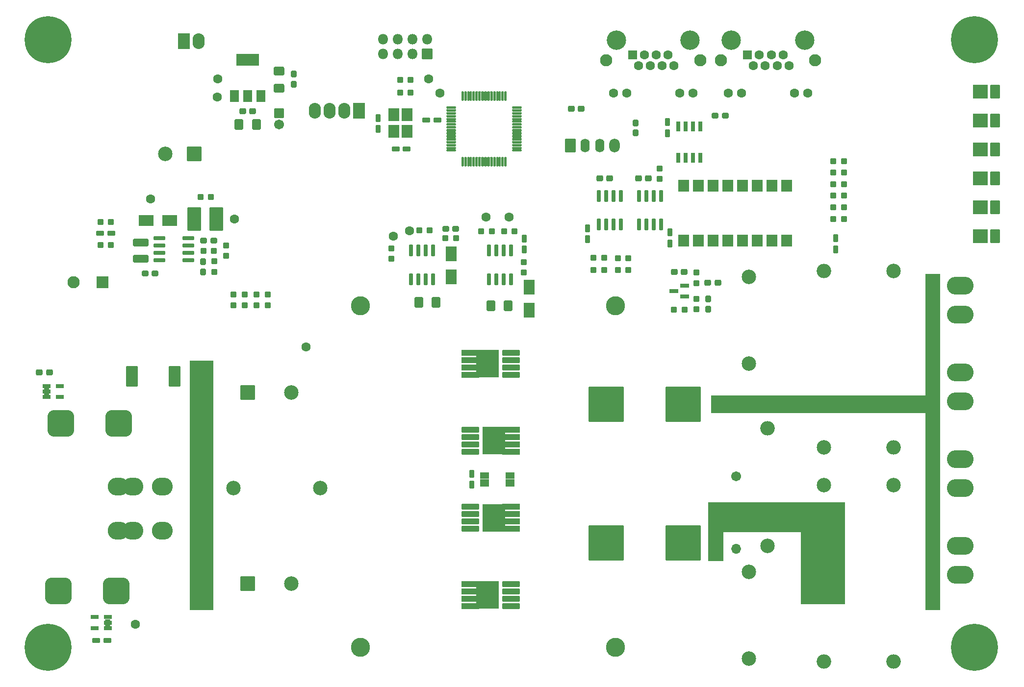
<source format=gbr>
G04 #@! TF.GenerationSoftware,KiCad,Pcbnew,(6.99.0-1920-g294b8e9051)*
G04 #@! TF.CreationDate,2022-07-23T00:22:57+02:00*
G04 #@! TF.ProjectId,driver,64726976-6572-42e6-9b69-6361645f7063,rev?*
G04 #@! TF.SameCoordinates,Original*
G04 #@! TF.FileFunction,Soldermask,Top*
G04 #@! TF.FilePolarity,Negative*
%FSLAX46Y46*%
G04 Gerber Fmt 4.6, Leading zero omitted, Abs format (unit mm)*
G04 Created by KiCad (PCBNEW (6.99.0-1920-g294b8e9051)) date 2022-07-23 00:22:57*
%MOMM*%
%LPD*%
G01*
G04 APERTURE LIST*
G04 Aperture macros list*
%AMRoundRect*
0 Rectangle with rounded corners*
0 $1 Rounding radius*
0 $2 $3 $4 $5 $6 $7 $8 $9 X,Y pos of 4 corners*
0 Add a 4 corners polygon primitive as box body*
4,1,4,$2,$3,$4,$5,$6,$7,$8,$9,$2,$3,0*
0 Add four circle primitives for the rounded corners*
1,1,$1+$1,$2,$3*
1,1,$1+$1,$4,$5*
1,1,$1+$1,$6,$7*
1,1,$1+$1,$8,$9*
0 Add four rect primitives between the rounded corners*
20,1,$1+$1,$2,$3,$4,$5,0*
20,1,$1+$1,$4,$5,$6,$7,0*
20,1,$1+$1,$6,$7,$8,$9,0*
20,1,$1+$1,$8,$9,$2,$3,0*%
G04 Aperture macros list end*
%ADD10C,0.100000*%
%ADD11O,4.602000X3.102000*%
%ADD12O,3.602000X3.102000*%
%ADD13RoundRect,0.288500X-0.250000X-0.237500X0.250000X-0.237500X0.250000X0.237500X-0.250000X0.237500X0*%
%ADD14C,3.302000*%
%ADD15RoundRect,0.051000X-1.000000X-1.300000X1.000000X-1.300000X1.000000X1.300000X-1.000000X1.300000X0*%
%ADD16O,2.102000X2.702000*%
%ADD17RoundRect,0.051000X0.725000X0.225000X-0.725000X0.225000X-0.725000X-0.225000X0.725000X-0.225000X0*%
%ADD18C,3.352000*%
%ADD19RoundRect,0.051000X-0.750000X-0.750000X0.750000X-0.750000X0.750000X0.750000X-0.750000X0.750000X0*%
%ADD20C,1.602000*%
%ADD21C,2.102000*%
%ADD22RoundRect,0.051000X0.375000X-0.600000X0.375000X0.600000X-0.375000X0.600000X-0.375000X-0.600000X0*%
%ADD23RoundRect,0.051000X0.600000X0.375000X-0.600000X0.375000X-0.600000X-0.375000X0.600000X-0.375000X0*%
%ADD24RoundRect,0.051000X1.000000X1.300000X-1.000000X1.300000X-1.000000X-1.300000X1.000000X-1.300000X0*%
%ADD25RoundRect,0.288500X0.237500X-0.250000X0.237500X0.250000X-0.237500X0.250000X-0.237500X-0.250000X0*%
%ADD26RoundRect,0.051000X-0.900000X1.050000X-0.900000X-1.050000X0.900000X-1.050000X0.900000X1.050000X0*%
%ADD27C,8.102000*%
%ADD28RoundRect,1.176000X1.125000X1.125000X-1.125000X1.125000X-1.125000X-1.125000X1.125000X-1.125000X0*%
%ADD29RoundRect,0.051000X1.500000X-0.425000X1.500000X0.425000X-1.500000X0.425000X-1.500000X-0.425000X0*%
%ADD30RoundRect,0.051000X1.875000X-2.350000X1.875000X2.350000X-1.875000X2.350000X-1.875000X-2.350000X0*%
%ADD31RoundRect,0.051000X1.475000X-0.425000X1.475000X0.425000X-1.475000X0.425000X-1.475000X-0.425000X0*%
%ADD32RoundRect,0.051000X-0.600000X-0.375000X0.600000X-0.375000X0.600000X0.375000X-0.600000X0.375000X0*%
%ADD33RoundRect,0.051000X-1.500000X0.425000X-1.500000X-0.425000X1.500000X-0.425000X1.500000X0.425000X0*%
%ADD34RoundRect,0.051000X-1.875000X2.350000X-1.875000X-2.350000X1.875000X-2.350000X1.875000X2.350000X0*%
%ADD35RoundRect,0.051000X-1.475000X0.425000X-1.475000X-0.425000X1.475000X-0.425000X1.475000X0.425000X0*%
%ADD36RoundRect,0.288500X0.250000X0.237500X-0.250000X0.237500X-0.250000X-0.237500X0.250000X-0.237500X0*%
%ADD37RoundRect,0.288500X0.287500X0.237500X-0.287500X0.237500X-0.287500X-0.237500X0.287500X-0.237500X0*%
%ADD38RoundRect,0.051000X0.300000X-0.775000X0.300000X0.775000X-0.300000X0.775000X-0.300000X-0.775000X0*%
%ADD39RoundRect,0.301001X0.462499X0.624999X-0.462499X0.624999X-0.462499X-0.624999X0.462499X-0.624999X0*%
%ADD40RoundRect,0.051000X1.000000X1.000000X-1.000000X1.000000X-1.000000X-1.000000X1.000000X-1.000000X0*%
%ADD41RoundRect,0.288500X-0.287500X-0.237500X0.287500X-0.237500X0.287500X0.237500X-0.287500X0.237500X0*%
%ADD42RoundRect,0.288500X-0.237500X0.287500X-0.237500X-0.287500X0.237500X-0.287500X0.237500X0.287500X0*%
%ADD43RoundRect,0.051000X1.200000X1.200000X-1.200000X1.200000X-1.200000X-1.200000X1.200000X-1.200000X0*%
%ADD44C,2.502000*%
%ADD45RoundRect,0.051000X-0.800000X0.800000X-0.800000X-0.800000X0.800000X-0.800000X0.800000X0.800000X0*%
%ADD46C,1.702000*%
%ADD47RoundRect,0.301001X0.624999X-0.462499X0.624999X0.462499X-0.624999X0.462499X-0.624999X-0.462499X0*%
%ADD48RoundRect,0.051000X0.900000X-1.250000X0.900000X1.250000X-0.900000X1.250000X-0.900000X-1.250000X0*%
%ADD49RoundRect,0.051000X1.250000X0.900000X-1.250000X0.900000X-1.250000X-0.900000X1.250000X-0.900000X0*%
%ADD50RoundRect,0.051000X1.100000X1.950000X-1.100000X1.950000X-1.100000X-1.950000X1.100000X-1.950000X0*%
%ADD51RoundRect,0.301000X-1.075000X0.375000X-1.075000X-0.375000X1.075000X-0.375000X1.075000X0.375000X0*%
%ADD52RoundRect,0.288500X-0.237500X0.250000X-0.237500X-0.250000X0.237500X-0.250000X0.237500X0.250000X0*%
%ADD53RoundRect,0.201000X-0.825000X-0.150000X0.825000X-0.150000X0.825000X0.150000X-0.825000X0.150000X0*%
%ADD54RoundRect,0.201000X-0.150000X0.825000X-0.150000X-0.825000X0.150000X-0.825000X0.150000X0.825000X0*%
%ADD55RoundRect,0.051000X0.750000X-1.000000X0.750000X1.000000X-0.750000X1.000000X-0.750000X-1.000000X0*%
%ADD56RoundRect,0.051000X1.900000X-1.000000X1.900000X1.000000X-1.900000X1.000000X-1.900000X-1.000000X0*%
%ADD57RoundRect,0.288500X0.300000X0.237500X-0.300000X0.237500X-0.300000X-0.237500X0.300000X-0.237500X0*%
%ADD58RoundRect,0.288500X0.237500X-0.300000X0.237500X0.300000X-0.237500X0.300000X-0.237500X-0.300000X0*%
%ADD59RoundRect,0.051000X-1.250000X-1.100000X1.250000X-1.100000X1.250000X1.100000X-1.250000X1.100000X0*%
%ADD60RoundRect,0.051000X-0.775000X-1.100000X0.775000X-1.100000X0.775000X1.100000X-0.775000X1.100000X0*%
%ADD61RoundRect,0.051000X-1.200000X-1.200000X1.200000X-1.200000X1.200000X1.200000X-1.200000X1.200000X0*%
%ADD62RoundRect,0.201000X0.150000X-0.825000X0.150000X0.825000X-0.150000X0.825000X-0.150000X-0.825000X0*%
%ADD63RoundRect,0.051000X3.000000X3.000000X-3.000000X3.000000X-3.000000X-3.000000X3.000000X-3.000000X0*%
%ADD64RoundRect,0.051000X0.890000X-1.000000X0.890000X1.000000X-0.890000X1.000000X-0.890000X-1.000000X0*%
%ADD65O,1.702000X1.702000*%
%ADD66RoundRect,0.288500X-0.300000X-0.237500X0.300000X-0.237500X0.300000X0.237500X-0.300000X0.237500X0*%
%ADD67O,2.502000X2.502000*%
%ADD68RoundRect,0.126000X-0.700000X-0.075000X0.700000X-0.075000X0.700000X0.075000X-0.700000X0.075000X0*%
%ADD69RoundRect,0.126000X-0.075000X-0.700000X0.075000X-0.700000X0.075000X0.700000X-0.075000X0.700000X0*%
%ADD70RoundRect,0.051000X0.925000X1.700000X-0.925000X1.700000X-0.925000X-1.700000X0.925000X-1.700000X0*%
%ADD71RoundRect,0.201000X0.512500X0.150000X-0.512500X0.150000X-0.512500X-0.150000X0.512500X-0.150000X0*%
%ADD72RoundRect,0.051000X-0.875000X-1.125000X0.875000X-1.125000X0.875000X1.125000X-0.875000X1.125000X0*%
%ADD73O,1.602000X2.352000*%
%ADD74O,1.852000X2.352000*%
%ADD75RoundRect,0.051000X-0.850000X0.850000X-0.850000X-0.850000X0.850000X-0.850000X0.850000X0.850000X0*%
%ADD76O,1.802000X1.802000*%
%ADD77RoundRect,0.201000X0.587500X0.150000X-0.587500X0.150000X-0.587500X-0.150000X0.587500X-0.150000X0*%
%ADD78RoundRect,0.201000X-0.512500X-0.150000X0.512500X-0.150000X0.512500X0.150000X-0.512500X0.150000X0*%
%ADD79RoundRect,0.051000X-3.000000X-3.000000X3.000000X-3.000000X3.000000X3.000000X-3.000000X3.000000X0*%
G04 APERTURE END LIST*
D10*
X234500000Y-30500000D02*
X238500000Y-30500000D01*
X238500000Y-30500000D02*
X238500000Y-73500000D01*
X238500000Y-73500000D02*
X234500000Y-73500000D01*
X234500000Y-73500000D02*
X234500000Y-30500000D01*
G36*
X234500000Y-30500000D02*
G01*
X238500000Y-30500000D01*
X238500000Y-73500000D01*
X234500000Y-73500000D01*
X234500000Y-30500000D01*
G37*
X324000000Y-60000000D02*
X326500000Y-60000000D01*
X326500000Y-60000000D02*
X326500000Y-65000000D01*
X326500000Y-65000000D02*
X324000000Y-65000000D01*
X324000000Y-65000000D02*
X324000000Y-60000000D01*
G36*
X324000000Y-60000000D02*
G01*
X326500000Y-60000000D01*
X326500000Y-65000000D01*
X324000000Y-65000000D01*
X324000000Y-60000000D01*
G37*
X347500000Y-55000000D02*
X340000000Y-55000000D01*
X340000000Y-55000000D02*
X340000000Y-72500000D01*
X340000000Y-72500000D02*
X347500000Y-72500000D01*
X347500000Y-72500000D02*
X347500000Y-55000000D01*
G36*
X347500000Y-55000000D02*
G01*
X340000000Y-55000000D01*
X340000000Y-72500000D01*
X347500000Y-72500000D01*
X347500000Y-55000000D01*
G37*
X324000000Y-55000000D02*
X347500000Y-55000000D01*
X347500000Y-55000000D02*
X347500000Y-60000000D01*
X347500000Y-60000000D02*
X324000000Y-60000000D01*
X324000000Y-60000000D02*
X324000000Y-55000000D01*
G36*
X324000000Y-55000000D02*
G01*
X347500000Y-55000000D01*
X347500000Y-60000000D01*
X324000000Y-60000000D01*
X324000000Y-55000000D01*
G37*
X324500000Y-36500000D02*
X362000000Y-36500000D01*
X362000000Y-36500000D02*
X362000000Y-39500000D01*
X362000000Y-39500000D02*
X324500000Y-39500000D01*
X324500000Y-39500000D02*
X324500000Y-36500000D01*
G36*
X324500000Y-36500000D02*
G01*
X362000000Y-36500000D01*
X362000000Y-39500000D01*
X324500000Y-39500000D01*
X324500000Y-36500000D01*
G37*
X361500000Y-15500000D02*
X364000000Y-15500000D01*
X364000000Y-15500000D02*
X364000000Y-73500000D01*
X364000000Y-73500000D02*
X361500000Y-73500000D01*
X361500000Y-73500000D02*
X361500000Y-15500000D01*
G36*
X361500000Y-15500000D02*
G01*
X364000000Y-15500000D01*
X364000000Y-73500000D01*
X361500000Y-73500000D01*
X361500000Y-15500000D01*
G37*
D11*
X367499999Y-17499999D03*
X367499999Y-22499999D03*
X367499999Y-67499999D03*
X367499999Y-62499999D03*
X367499999Y-37499999D03*
X367499999Y-32499999D03*
X367499999Y-47499999D03*
X367499999Y-52499999D03*
D12*
X229799999Y-52289999D03*
X224719999Y-52289999D03*
X222179999Y-52289999D03*
X229800864Y-59909999D03*
X224720864Y-59909999D03*
X222180864Y-59909999D03*
D13*
X270787500Y18000000D03*
X272612500Y18000000D03*
D14*
X308000000Y-21000000D03*
X308000000Y-80000000D03*
X264000000Y-21000000D03*
D15*
X233500000Y24750000D03*
D16*
X236039999Y24749999D03*
D17*
X289800000Y-51974950D03*
X289800000Y-51324950D03*
X289800000Y-50674950D03*
X289800000Y-50024950D03*
X285400000Y-50024950D03*
X285400000Y-50674950D03*
X285400000Y-51324950D03*
X285400000Y-51974950D03*
D18*
X328010000Y24840000D03*
X340710000Y24840000D03*
D19*
X330800000Y22300000D03*
D20*
X331820000Y20520000D03*
X332840000Y22300000D03*
X333860000Y20520000D03*
X334880000Y22300000D03*
X335900000Y20520000D03*
X336920000Y22300000D03*
X337940000Y20520000D03*
X327500000Y15700000D03*
X329790000Y15700000D03*
X338930000Y15700000D03*
X341220000Y15700000D03*
D21*
X326230000Y21410000D03*
X342490000Y21410000D03*
D13*
X345587500Y-4000000D03*
X347412500Y-4000000D03*
D22*
X317400000Y-10250000D03*
X317400000Y-8350000D03*
D23*
X271950000Y6050000D03*
X270050000Y6050000D03*
D22*
X267000000Y9550000D03*
X267000000Y11450000D03*
X292250000Y-11300000D03*
X292250000Y-9400000D03*
X303200000Y-9500000D03*
X303200000Y-7600000D03*
D24*
X263700000Y12700000D03*
D16*
X261159999Y12699999D03*
X258619999Y12699999D03*
X256079999Y12699999D03*
D25*
X315600000Y887500D03*
X315600000Y2712500D03*
D13*
X270787500Y15800000D03*
X272612500Y15800000D03*
D26*
X269750000Y12000000D03*
X269750000Y9100000D03*
X272050000Y9100000D03*
X272050000Y12000000D03*
D27*
X210000000Y25000000D03*
X370000000Y25000000D03*
X210000000Y-80000000D03*
X370000000Y-80000000D03*
D28*
X221800000Y-70300000D03*
X211800000Y-70300000D03*
D29*
X282969039Y-72905000D03*
X282969039Y-71635000D03*
D30*
X285894039Y-71000000D03*
D29*
X282969039Y-70365000D03*
X282969039Y-69095000D03*
D31*
X289944039Y-69095000D03*
X289944039Y-72905000D03*
X289944039Y-71635000D03*
X289944039Y-70365000D03*
D32*
X219050000Y-8500000D03*
X220950000Y-8500000D03*
D29*
X282969039Y-32905000D03*
X282969039Y-31635000D03*
D30*
X285894039Y-31000000D03*
D29*
X282969039Y-30365000D03*
X282969039Y-29095000D03*
D31*
X289944039Y-29095000D03*
X289944039Y-32905000D03*
X289944039Y-31635000D03*
X289944039Y-30365000D03*
D33*
X289919039Y-42428300D03*
X289919039Y-43698300D03*
D34*
X286994039Y-44333300D03*
D33*
X289919039Y-44968300D03*
X289919039Y-46238300D03*
D35*
X282944039Y-46238300D03*
X282944039Y-42428300D03*
X282944039Y-43698300D03*
X282944039Y-44968300D03*
D33*
X289919039Y-55761700D03*
X289919039Y-57031700D03*
D34*
X286994039Y-57666700D03*
D33*
X289919039Y-58301700D03*
X289919039Y-59571700D03*
D35*
X282944039Y-59571700D03*
X282944039Y-55761700D03*
X282944039Y-57031700D03*
X282944039Y-58301700D03*
D13*
X345587500Y2000000D03*
X347412500Y2000000D03*
D18*
X308160000Y24840000D03*
X320860000Y24840000D03*
D19*
X310950000Y22300000D03*
D20*
X311970000Y20520000D03*
X312990000Y22300000D03*
X314010000Y20520000D03*
X315030000Y22300000D03*
X316050000Y20520000D03*
X317070000Y22300000D03*
X318090000Y20520000D03*
X307650000Y15700000D03*
X309940000Y15700000D03*
X319080000Y15700000D03*
X321370000Y15700000D03*
D21*
X306380000Y21410000D03*
X322640000Y21410000D03*
D22*
X283200000Y-51950000D03*
X283200000Y-50050000D03*
D36*
X286637500Y-8150000D03*
X284812500Y-8150000D03*
D37*
X326925000Y11850000D03*
X325175000Y11850000D03*
D38*
X318845000Y4550000D03*
X320115000Y4550000D03*
X321385000Y4550000D03*
X322655000Y4550000D03*
X322655000Y9950000D03*
X321385000Y9950000D03*
X320115000Y9950000D03*
X318845000Y9950000D03*
D22*
X317000000Y8800000D03*
X317000000Y10700000D03*
D20*
X225100000Y-76050000D03*
X254600000Y-28100000D03*
X239300000Y18200000D03*
X285650000Y-5700000D03*
X275700000Y18200000D03*
X277700000Y15700000D03*
X227700000Y-2550000D03*
X239250000Y15050000D03*
D39*
X276987500Y-20400000D03*
X274012500Y-20400000D03*
D13*
X345587500Y0D03*
X347412500Y0D03*
X345587500Y-6000000D03*
X347412500Y-6000000D03*
D14*
X264000000Y-80000000D03*
D32*
X218350000Y-78800000D03*
X220250000Y-78800000D03*
D23*
X277250000Y11100000D03*
X275350000Y11100000D03*
D36*
X220912500Y-6500000D03*
X219087500Y-6500000D03*
D22*
X346050000Y-11250000D03*
X346050000Y-9350000D03*
D40*
X219400000Y-16950000D03*
D21*
X214400000Y-16950000D03*
D41*
X226775000Y-15450000D03*
X228525000Y-15450000D03*
D37*
X238625000Y-9750000D03*
X236875000Y-9750000D03*
D42*
X236750000Y-13375000D03*
X236750000Y-15125000D03*
D43*
X235250000Y5250000D03*
D44*
X230250000Y5250000D03*
D39*
X289475000Y-21000000D03*
X286500000Y-21000000D03*
X245987500Y10350000D03*
X243012500Y10350000D03*
D45*
X249900000Y12300000D03*
D46*
X249900000Y10300000D03*
D47*
X249900000Y16612500D03*
X249900000Y19587500D03*
D48*
X279600000Y-16000000D03*
X279600000Y-12000000D03*
D49*
X231000000Y-6250000D03*
X227000000Y-6250000D03*
D48*
X293100000Y-21750000D03*
X293100000Y-17750000D03*
D50*
X239050000Y-6000000D03*
X235250000Y-6000000D03*
D51*
X226000000Y-10100000D03*
X226000000Y-12900000D03*
D36*
X280462500Y-9300000D03*
X278637500Y-9300000D03*
X238662500Y-11500000D03*
X236837500Y-11500000D03*
X238162500Y-2250000D03*
X236337500Y-2250000D03*
D52*
X240750000Y-10587500D03*
X240750000Y-12412500D03*
X238750000Y-13337500D03*
X238750000Y-15162500D03*
D13*
X288737500Y-8150000D03*
X290562500Y-8150000D03*
D20*
X289650000Y-5650000D03*
X242200000Y-6000000D03*
D53*
X229275000Y-9345000D03*
X229275000Y-10615000D03*
X229275000Y-11885000D03*
X229275000Y-13155000D03*
X234225000Y-13155000D03*
X234225000Y-11885000D03*
X234225000Y-10615000D03*
X234225000Y-9345000D03*
D54*
X289955000Y-11475000D03*
X288685000Y-11475000D03*
X287415000Y-11475000D03*
X286145000Y-11475000D03*
X286145000Y-16425000D03*
X287415000Y-16425000D03*
X288685000Y-16425000D03*
X289955000Y-16425000D03*
D55*
X242200000Y15200000D03*
X244500000Y15200000D03*
X246800000Y15200000D03*
D56*
X244500000Y21500000D03*
D57*
X245362500Y12600000D03*
X243637500Y12600000D03*
D58*
X252450000Y17287500D03*
X252450000Y19012500D03*
D25*
X292150000Y-15262500D03*
X292150000Y-13437500D03*
D54*
X276505000Y-11475000D03*
X275235000Y-11475000D03*
X273965000Y-11475000D03*
X272695000Y-11475000D03*
X272695000Y-16425000D03*
X273965000Y-16425000D03*
X275235000Y-16425000D03*
X276505000Y-16425000D03*
D41*
X278675000Y-7700000D03*
X280425000Y-7700000D03*
D36*
X220912500Y-10500000D03*
X219087500Y-10500000D03*
D25*
X322000000Y-17112500D03*
X322000000Y-15287500D03*
X244000000Y-20912500D03*
X244000000Y-19087500D03*
D57*
X210262500Y-32500000D03*
X208537500Y-32500000D03*
D59*
X370950000Y16000000D03*
D60*
X373525000Y16000000D03*
D61*
X244488741Y-36000000D03*
D44*
X251988741Y-36000000D03*
D13*
X345587500Y4000000D03*
X347412500Y4000000D03*
D62*
X312095000Y-6975000D03*
X313365000Y-6975000D03*
X314635000Y-6975000D03*
X315905000Y-6975000D03*
X315905000Y-2025000D03*
X314635000Y-2025000D03*
X313365000Y-2025000D03*
X312095000Y-2025000D03*
D58*
X311500000Y8837500D03*
X311500000Y10562500D03*
D63*
X319650000Y-62000000D03*
X306350000Y-62000000D03*
D25*
X248000000Y-20912500D03*
X248000000Y-19087500D03*
D64*
X319770000Y-9779491D03*
X322310000Y-9779491D03*
X324850000Y-9779491D03*
X327390000Y-9779491D03*
X329930000Y-9779491D03*
X332470000Y-9779491D03*
X335010000Y-9779491D03*
X337550000Y-9779491D03*
X337550000Y-249491D03*
X335010000Y-249491D03*
X332470000Y-249491D03*
X329930000Y-249491D03*
X327390000Y-249491D03*
X324850000Y-249491D03*
X322310000Y-249491D03*
X319770000Y-249491D03*
D46*
X328795961Y-50500000D03*
D65*
X328795960Y-62999999D03*
D25*
X242000000Y-20912500D03*
X242000000Y-19087500D03*
D59*
X370950000Y1000000D03*
D60*
X373525000Y1000000D03*
D44*
X331000000Y-16000000D03*
X331000000Y-31000000D03*
D66*
X305287500Y990000D03*
X307012500Y990000D03*
D44*
X356000000Y-52000000D03*
D67*
X355999999Y-82479999D03*
D68*
X279630509Y13290000D03*
X279630509Y12790000D03*
X279630509Y12290000D03*
X279630509Y11790000D03*
X279630509Y11290000D03*
X279630509Y10790000D03*
X279630509Y10290000D03*
X279630509Y9790000D03*
X279630509Y9290000D03*
X279630509Y8790000D03*
X279630509Y8290000D03*
X279630509Y7790000D03*
X279630509Y7290000D03*
X279630509Y6790000D03*
X279630509Y6290000D03*
X279630509Y5790000D03*
D69*
X281555509Y3865000D03*
X282055509Y3865000D03*
X282555509Y3865000D03*
X283055509Y3865000D03*
X283555509Y3865000D03*
X284055509Y3865000D03*
X284555509Y3865000D03*
X285055509Y3865000D03*
X285555509Y3865000D03*
X286055509Y3865000D03*
X286555509Y3865000D03*
X287055509Y3865000D03*
X287555509Y3865000D03*
X288055509Y3865000D03*
X288555509Y3865000D03*
X289055509Y3865000D03*
D68*
X290980509Y5790000D03*
X290980509Y6290000D03*
X290980509Y6790000D03*
X290980509Y7290000D03*
X290980509Y7790000D03*
X290980509Y8290000D03*
X290980509Y8790000D03*
X290980509Y9290000D03*
X290980509Y9790000D03*
X290980509Y10290000D03*
X290980509Y10790000D03*
X290980509Y11290000D03*
X290980509Y11790000D03*
X290980509Y12290000D03*
X290980509Y12790000D03*
X290980509Y13290000D03*
D69*
X289055509Y15215000D03*
X288555509Y15215000D03*
X288055509Y15215000D03*
X287555509Y15215000D03*
X287055509Y15215000D03*
X286555509Y15215000D03*
X286055509Y15215000D03*
X285555509Y15215000D03*
X285055509Y15215000D03*
X284555509Y15215000D03*
X284055509Y15215000D03*
X283555509Y15215000D03*
X283055509Y15215000D03*
X282555509Y15215000D03*
X282055509Y15215000D03*
X281555509Y15215000D03*
D70*
X224500000Y-33200000D03*
X231900000Y-33200000D03*
D66*
X311937500Y980000D03*
X313662500Y980000D03*
D52*
X322000000Y-19787500D03*
X322000000Y-21612500D03*
X246000000Y-19087500D03*
X246000000Y-20912500D03*
D36*
X310212500Y-12800000D03*
X308387500Y-12800000D03*
X306012500Y-12750000D03*
X304187500Y-12750000D03*
D44*
X344000000Y-52000000D03*
D67*
X343999999Y-82479999D03*
D20*
X269650000Y-9010000D03*
D28*
X222200000Y-41300000D03*
X212200000Y-41300000D03*
D59*
X370950000Y-9000000D03*
D60*
X373525000Y-9000000D03*
D44*
X344000000Y-45500000D03*
D67*
X343999999Y-15019999D03*
D71*
X220331991Y-76710000D03*
X220331991Y-75760000D03*
X220331991Y-74810000D03*
X218056991Y-74810000D03*
X218056991Y-76710000D03*
D72*
X300195000Y6690509D03*
D73*
X302734999Y6690508D03*
X305274999Y6690508D03*
D74*
X307814999Y6690508D03*
D52*
X269310000Y-11087500D03*
X269310000Y-12912500D03*
D61*
X244488741Y-69000000D03*
D44*
X251988741Y-69000000D03*
D13*
X345587500Y-2000000D03*
X347412500Y-2000000D03*
D57*
X319862500Y-15200000D03*
X318137500Y-15200000D03*
X325662500Y-17000000D03*
X323937500Y-17000000D03*
D59*
X370950000Y-4000000D03*
D60*
X373525000Y-4000000D03*
D20*
X272400000Y-8060000D03*
D44*
X356000000Y-15000000D03*
D67*
X355999999Y-45479999D03*
D36*
X306012500Y-14800000D03*
X304187500Y-14800000D03*
D59*
X370950000Y11000000D03*
D60*
X373525000Y11000000D03*
D44*
X331000000Y-82000000D03*
X331000000Y-67000000D03*
D59*
X370950000Y6000000D03*
D60*
X373525000Y6000000D03*
D13*
X318087500Y-21700000D03*
X319912500Y-21700000D03*
D57*
X302062500Y13010000D03*
X300337500Y13010000D03*
D13*
X274087500Y-8000000D03*
X275912500Y-8000000D03*
D75*
X275500000Y22500000D03*
D76*
X275499999Y25039999D03*
X272959999Y22499999D03*
X272959999Y25039999D03*
X270419999Y22499999D03*
X270419999Y25039999D03*
X267879999Y22499999D03*
X267879999Y25039999D03*
D77*
X319937500Y-19400000D03*
X319937500Y-17500000D03*
X318062500Y-18450000D03*
D78*
X209798009Y-34860000D03*
X209798009Y-35810000D03*
X209798009Y-36760000D03*
X212073009Y-36760000D03*
X212073009Y-34860000D03*
D58*
X324000000Y-21562500D03*
X324000000Y-19837500D03*
D79*
X306350000Y-38000000D03*
X319650000Y-38000000D03*
D62*
X305095000Y-6975000D03*
X306365000Y-6975000D03*
X307635000Y-6975000D03*
X308905000Y-6975000D03*
X308905000Y-2025000D03*
X307635000Y-2025000D03*
X306365000Y-2025000D03*
X305095000Y-2025000D03*
D44*
X334204039Y-62500000D03*
D67*
X334204038Y-42179999D03*
D36*
X310212500Y-14800000D03*
X308387500Y-14800000D03*
D44*
X242000736Y-52500000D03*
X257000736Y-52500000D03*
G36*
X220838018Y-76110000D02*
G01*
X220838018Y-76112000D01*
X220836547Y-76112983D01*
X220836308Y-76113015D01*
X220772695Y-76141154D01*
X220734561Y-76198965D01*
X220733735Y-76268220D01*
X220770474Y-76326914D01*
X220836316Y-76356985D01*
X220836559Y-76357017D01*
X220838146Y-76358235D01*
X220837885Y-76360218D01*
X220836298Y-76361000D01*
X219827696Y-76361000D01*
X219825964Y-76360000D01*
X219825964Y-76358000D01*
X219827435Y-76357017D01*
X219827674Y-76356985D01*
X219891287Y-76328846D01*
X219929421Y-76271035D01*
X219930247Y-76201780D01*
X219893508Y-76143086D01*
X219827666Y-76113015D01*
X219827423Y-76112983D01*
X219825836Y-76111765D01*
X219826097Y-76109782D01*
X219827684Y-76109000D01*
X220836286Y-76109000D01*
X220838018Y-76110000D01*
G37*
G36*
X220838018Y-75160000D02*
G01*
X220838018Y-75162000D01*
X220836547Y-75162983D01*
X220836308Y-75163015D01*
X220772695Y-75191154D01*
X220734561Y-75248965D01*
X220733735Y-75318220D01*
X220770474Y-75376914D01*
X220836316Y-75406985D01*
X220836559Y-75407017D01*
X220838146Y-75408235D01*
X220837885Y-75410218D01*
X220836298Y-75411000D01*
X219827696Y-75411000D01*
X219825964Y-75410000D01*
X219825964Y-75408000D01*
X219827435Y-75407017D01*
X219827674Y-75406985D01*
X219891287Y-75378846D01*
X219929421Y-75321035D01*
X219930247Y-75251780D01*
X219893508Y-75193086D01*
X219827666Y-75163015D01*
X219827423Y-75162983D01*
X219825836Y-75161765D01*
X219826097Y-75159782D01*
X219827684Y-75159000D01*
X220836286Y-75159000D01*
X220838018Y-75160000D01*
G37*
G36*
X339951732Y-60049000D02*
G01*
X339952000Y-60050000D01*
X339952000Y-60174999D01*
X339951000Y-60176731D01*
X339949000Y-60176731D01*
X339948081Y-60175562D01*
X339928404Y-60108547D01*
X339876001Y-60063141D01*
X339824787Y-60052000D01*
X326675286Y-60052000D01*
X326608547Y-60071596D01*
X326563141Y-60123999D01*
X326551954Y-60175424D01*
X326550609Y-60176904D01*
X326548655Y-60176479D01*
X326548000Y-60174999D01*
X326548000Y-60050000D01*
X326549000Y-60048268D01*
X326550000Y-60048000D01*
X339950000Y-60048000D01*
X339951732Y-60049000D01*
G37*
G36*
X284641075Y-51585034D02*
G01*
X284656263Y-51595183D01*
X284675199Y-51598950D01*
X286124801Y-51598950D01*
X286143738Y-51595183D01*
X286158773Y-51585136D01*
X286160768Y-51585005D01*
X286161880Y-51586668D01*
X286161793Y-51587397D01*
X286142898Y-51647738D01*
X286161955Y-51712640D01*
X286161483Y-51714583D01*
X286159564Y-51715147D01*
X286158925Y-51714866D01*
X286143737Y-51704717D01*
X286124801Y-51700950D01*
X284675199Y-51700950D01*
X284656262Y-51704717D01*
X284641227Y-51714764D01*
X284639232Y-51714895D01*
X284638120Y-51713232D01*
X284638207Y-51712503D01*
X284657102Y-51652162D01*
X284638045Y-51587260D01*
X284638517Y-51585317D01*
X284640436Y-51584753D01*
X284641075Y-51585034D01*
G37*
G36*
X289041075Y-51585034D02*
G01*
X289056263Y-51595183D01*
X289075199Y-51598950D01*
X290524801Y-51598950D01*
X290543738Y-51595183D01*
X290558773Y-51585136D01*
X290560768Y-51585005D01*
X290561880Y-51586668D01*
X290561793Y-51587397D01*
X290542898Y-51647738D01*
X290561955Y-51712640D01*
X290561483Y-51714583D01*
X290559564Y-51715147D01*
X290558925Y-51714866D01*
X290543737Y-51704717D01*
X290524801Y-51700950D01*
X289075199Y-51700950D01*
X289056262Y-51704717D01*
X289041227Y-51714764D01*
X289039232Y-51714895D01*
X289038120Y-51713232D01*
X289038207Y-51712503D01*
X289057102Y-51652162D01*
X289038045Y-51587260D01*
X289038517Y-51585317D01*
X289040436Y-51584753D01*
X289041075Y-51585034D01*
G37*
G36*
X289041075Y-50935034D02*
G01*
X289056263Y-50945183D01*
X289075199Y-50948950D01*
X290524801Y-50948950D01*
X290543738Y-50945183D01*
X290558773Y-50935136D01*
X290560768Y-50935005D01*
X290561880Y-50936668D01*
X290561793Y-50937397D01*
X290542898Y-50997738D01*
X290561955Y-51062640D01*
X290561483Y-51064583D01*
X290559564Y-51065147D01*
X290558925Y-51064866D01*
X290543737Y-51054717D01*
X290524801Y-51050950D01*
X289075199Y-51050950D01*
X289056262Y-51054717D01*
X289041227Y-51064764D01*
X289039232Y-51064895D01*
X289038120Y-51063232D01*
X289038207Y-51062503D01*
X289057102Y-51002162D01*
X289038045Y-50937260D01*
X289038517Y-50935317D01*
X289040436Y-50934753D01*
X289041075Y-50935034D01*
G37*
G36*
X284641075Y-50935034D02*
G01*
X284656263Y-50945183D01*
X284675199Y-50948950D01*
X286124801Y-50948950D01*
X286143738Y-50945183D01*
X286158773Y-50935136D01*
X286160768Y-50935005D01*
X286161880Y-50936668D01*
X286161793Y-50937397D01*
X286142898Y-50997738D01*
X286161955Y-51062640D01*
X286161483Y-51064583D01*
X286159564Y-51065147D01*
X286158925Y-51064866D01*
X286143737Y-51054717D01*
X286124801Y-51050950D01*
X284675199Y-51050950D01*
X284656262Y-51054717D01*
X284641227Y-51064764D01*
X284639232Y-51064895D01*
X284638120Y-51063232D01*
X284638207Y-51062503D01*
X284657102Y-51002162D01*
X284638045Y-50937260D01*
X284638517Y-50935317D01*
X284640436Y-50934753D01*
X284641075Y-50935034D01*
G37*
G36*
X284641075Y-50285034D02*
G01*
X284656263Y-50295183D01*
X284675199Y-50298950D01*
X286124801Y-50298950D01*
X286143738Y-50295183D01*
X286158773Y-50285136D01*
X286160768Y-50285005D01*
X286161880Y-50286668D01*
X286161793Y-50287397D01*
X286142898Y-50347738D01*
X286161955Y-50412640D01*
X286161483Y-50414583D01*
X286159564Y-50415147D01*
X286158925Y-50414866D01*
X286143737Y-50404717D01*
X286124801Y-50400950D01*
X284675199Y-50400950D01*
X284656262Y-50404717D01*
X284641227Y-50414764D01*
X284639232Y-50414895D01*
X284638120Y-50413232D01*
X284638207Y-50412503D01*
X284657102Y-50352162D01*
X284638045Y-50287260D01*
X284638517Y-50285317D01*
X284640436Y-50284753D01*
X284641075Y-50285034D01*
G37*
G36*
X289041075Y-50285034D02*
G01*
X289056263Y-50295183D01*
X289075199Y-50298950D01*
X290524801Y-50298950D01*
X290543738Y-50295183D01*
X290558773Y-50285136D01*
X290560768Y-50285005D01*
X290561880Y-50286668D01*
X290561793Y-50287397D01*
X290542898Y-50347738D01*
X290561955Y-50412640D01*
X290561483Y-50414583D01*
X290559564Y-50415147D01*
X290558925Y-50414866D01*
X290543737Y-50404717D01*
X290524801Y-50400950D01*
X289075199Y-50400950D01*
X289056262Y-50404717D01*
X289041227Y-50414764D01*
X289039232Y-50414895D01*
X289038120Y-50413232D01*
X289038207Y-50412503D01*
X289057102Y-50352162D01*
X289038045Y-50287260D01*
X289038517Y-50285317D01*
X289040436Y-50284753D01*
X289041075Y-50285034D01*
G37*
G36*
X210304036Y-36160000D02*
G01*
X210304036Y-36162000D01*
X210302565Y-36162983D01*
X210302326Y-36163015D01*
X210238713Y-36191154D01*
X210200579Y-36248965D01*
X210199753Y-36318220D01*
X210236492Y-36376914D01*
X210302334Y-36406985D01*
X210302577Y-36407017D01*
X210304164Y-36408235D01*
X210303903Y-36410218D01*
X210302316Y-36411000D01*
X209293714Y-36411000D01*
X209291982Y-36410000D01*
X209291982Y-36408000D01*
X209293453Y-36407017D01*
X209293692Y-36406985D01*
X209357305Y-36378846D01*
X209395439Y-36321035D01*
X209396265Y-36251780D01*
X209359526Y-36193086D01*
X209293684Y-36163015D01*
X209293441Y-36162983D01*
X209291854Y-36161765D01*
X209292115Y-36159782D01*
X209293702Y-36159000D01*
X210302304Y-36159000D01*
X210304036Y-36160000D01*
G37*
G36*
X210304036Y-35210000D02*
G01*
X210304036Y-35212000D01*
X210302565Y-35212983D01*
X210302326Y-35213015D01*
X210238713Y-35241154D01*
X210200579Y-35298965D01*
X210199753Y-35368220D01*
X210236492Y-35426914D01*
X210302334Y-35456985D01*
X210302577Y-35457017D01*
X210304164Y-35458235D01*
X210303903Y-35460218D01*
X210302316Y-35461000D01*
X209293714Y-35461000D01*
X209291982Y-35460000D01*
X209291982Y-35458000D01*
X209293453Y-35457017D01*
X209293692Y-35456985D01*
X209357305Y-35428846D01*
X209395439Y-35371035D01*
X209396265Y-35301780D01*
X209359526Y-35243086D01*
X209293684Y-35213015D01*
X209293441Y-35212983D01*
X209291854Y-35211765D01*
X209292115Y-35209782D01*
X209293702Y-35209000D01*
X210302304Y-35209000D01*
X210304036Y-35210000D01*
G37*
G36*
X283224202Y4650540D02*
G01*
X283236934Y4642033D01*
X283303298Y4621253D01*
X283374098Y4642042D01*
X283386816Y4650540D01*
X283388812Y4650671D01*
X283389923Y4649008D01*
X283389590Y4647766D01*
X283365985Y4612439D01*
X283356509Y4564801D01*
X283356509Y3165199D01*
X283365985Y3117561D01*
X283389590Y3082234D01*
X283389721Y3080238D01*
X283388058Y3079127D01*
X283386816Y3079460D01*
X283374084Y3087967D01*
X283307720Y3108747D01*
X283236920Y3087958D01*
X283224202Y3079460D01*
X283222206Y3079329D01*
X283221095Y3080992D01*
X283221428Y3082234D01*
X283245033Y3117561D01*
X283254509Y3165199D01*
X283254509Y4564801D01*
X283245033Y4612439D01*
X283221428Y4647766D01*
X283221297Y4649762D01*
X283222960Y4650873D01*
X283224202Y4650540D01*
G37*
G36*
X282224202Y4650540D02*
G01*
X282236934Y4642033D01*
X282303298Y4621253D01*
X282374098Y4642042D01*
X282386816Y4650540D01*
X282388812Y4650671D01*
X282389923Y4649008D01*
X282389590Y4647766D01*
X282365985Y4612439D01*
X282356509Y4564801D01*
X282356509Y3165199D01*
X282365985Y3117561D01*
X282389590Y3082234D01*
X282389721Y3080238D01*
X282388058Y3079127D01*
X282386816Y3079460D01*
X282374084Y3087967D01*
X282307720Y3108747D01*
X282236920Y3087958D01*
X282224202Y3079460D01*
X282222206Y3079329D01*
X282221095Y3080992D01*
X282221428Y3082234D01*
X282245033Y3117561D01*
X282254509Y3165199D01*
X282254509Y4564801D01*
X282245033Y4612439D01*
X282221428Y4647766D01*
X282221297Y4649762D01*
X282222960Y4650873D01*
X282224202Y4650540D01*
G37*
G36*
X283724202Y4650540D02*
G01*
X283736934Y4642033D01*
X283803298Y4621253D01*
X283874098Y4642042D01*
X283886816Y4650540D01*
X283888812Y4650671D01*
X283889923Y4649008D01*
X283889590Y4647766D01*
X283865985Y4612439D01*
X283856509Y4564801D01*
X283856509Y3165199D01*
X283865985Y3117561D01*
X283889590Y3082234D01*
X283889721Y3080238D01*
X283888058Y3079127D01*
X283886816Y3079460D01*
X283874084Y3087967D01*
X283807720Y3108747D01*
X283736920Y3087958D01*
X283724202Y3079460D01*
X283722206Y3079329D01*
X283721095Y3080992D01*
X283721428Y3082234D01*
X283745033Y3117561D01*
X283754509Y3165199D01*
X283754509Y4564801D01*
X283745033Y4612439D01*
X283721428Y4647766D01*
X283721297Y4649762D01*
X283722960Y4650873D01*
X283724202Y4650540D01*
G37*
G36*
X284724202Y4650540D02*
G01*
X284736934Y4642033D01*
X284803298Y4621253D01*
X284874098Y4642042D01*
X284886816Y4650540D01*
X284888812Y4650671D01*
X284889923Y4649008D01*
X284889590Y4647766D01*
X284865985Y4612439D01*
X284856509Y4564801D01*
X284856509Y3165199D01*
X284865985Y3117561D01*
X284889590Y3082234D01*
X284889721Y3080238D01*
X284888058Y3079127D01*
X284886816Y3079460D01*
X284874084Y3087967D01*
X284807720Y3108747D01*
X284736920Y3087958D01*
X284724202Y3079460D01*
X284722206Y3079329D01*
X284721095Y3080992D01*
X284721428Y3082234D01*
X284745033Y3117561D01*
X284754509Y3165199D01*
X284754509Y4564801D01*
X284745033Y4612439D01*
X284721428Y4647766D01*
X284721297Y4649762D01*
X284722960Y4650873D01*
X284724202Y4650540D01*
G37*
G36*
X282724202Y4650540D02*
G01*
X282736934Y4642033D01*
X282803298Y4621253D01*
X282874098Y4642042D01*
X282886816Y4650540D01*
X282888812Y4650671D01*
X282889923Y4649008D01*
X282889590Y4647766D01*
X282865985Y4612439D01*
X282856509Y4564801D01*
X282856509Y3165199D01*
X282865985Y3117561D01*
X282889590Y3082234D01*
X282889721Y3080238D01*
X282888058Y3079127D01*
X282886816Y3079460D01*
X282874084Y3087967D01*
X282807720Y3108747D01*
X282736920Y3087958D01*
X282724202Y3079460D01*
X282722206Y3079329D01*
X282721095Y3080992D01*
X282721428Y3082234D01*
X282745033Y3117561D01*
X282754509Y3165199D01*
X282754509Y4564801D01*
X282745033Y4612439D01*
X282721428Y4647766D01*
X282721297Y4649762D01*
X282722960Y4650873D01*
X282724202Y4650540D01*
G37*
G36*
X284224202Y4650540D02*
G01*
X284236934Y4642033D01*
X284303298Y4621253D01*
X284374098Y4642042D01*
X284386816Y4650540D01*
X284388812Y4650671D01*
X284389923Y4649008D01*
X284389590Y4647766D01*
X284365985Y4612439D01*
X284356509Y4564801D01*
X284356509Y3165199D01*
X284365985Y3117561D01*
X284389590Y3082234D01*
X284389721Y3080238D01*
X284388058Y3079127D01*
X284386816Y3079460D01*
X284374084Y3087967D01*
X284307720Y3108747D01*
X284236920Y3087958D01*
X284224202Y3079460D01*
X284222206Y3079329D01*
X284221095Y3080992D01*
X284221428Y3082234D01*
X284245033Y3117561D01*
X284254509Y3165199D01*
X284254509Y4564801D01*
X284245033Y4612439D01*
X284221428Y4647766D01*
X284221297Y4649762D01*
X284222960Y4650873D01*
X284224202Y4650540D01*
G37*
G36*
X281724202Y4650540D02*
G01*
X281736934Y4642033D01*
X281803298Y4621253D01*
X281874098Y4642042D01*
X281886816Y4650540D01*
X281888812Y4650671D01*
X281889923Y4649008D01*
X281889590Y4647766D01*
X281865985Y4612439D01*
X281856509Y4564801D01*
X281856509Y3165199D01*
X281865985Y3117561D01*
X281889590Y3082234D01*
X281889721Y3080238D01*
X281888058Y3079127D01*
X281886816Y3079460D01*
X281874084Y3087967D01*
X281807720Y3108747D01*
X281736920Y3087958D01*
X281724202Y3079460D01*
X281722206Y3079329D01*
X281721095Y3080992D01*
X281721428Y3082234D01*
X281745033Y3117561D01*
X281754509Y3165199D01*
X281754509Y4564801D01*
X281745033Y4612439D01*
X281721428Y4647766D01*
X281721297Y4649762D01*
X281722960Y4650873D01*
X281724202Y4650540D01*
G37*
G36*
X287724202Y4650540D02*
G01*
X287736934Y4642033D01*
X287803298Y4621253D01*
X287874098Y4642042D01*
X287886816Y4650540D01*
X287888812Y4650671D01*
X287889923Y4649008D01*
X287889590Y4647766D01*
X287865985Y4612439D01*
X287856509Y4564801D01*
X287856509Y3165199D01*
X287865985Y3117561D01*
X287889590Y3082234D01*
X287889721Y3080238D01*
X287888058Y3079127D01*
X287886816Y3079460D01*
X287874084Y3087967D01*
X287807720Y3108747D01*
X287736920Y3087958D01*
X287724202Y3079460D01*
X287722206Y3079329D01*
X287721095Y3080992D01*
X287721428Y3082234D01*
X287745033Y3117561D01*
X287754509Y3165199D01*
X287754509Y4564801D01*
X287745033Y4612439D01*
X287721428Y4647766D01*
X287721297Y4649762D01*
X287722960Y4650873D01*
X287724202Y4650540D01*
G37*
G36*
X288224202Y4650540D02*
G01*
X288236934Y4642033D01*
X288303298Y4621253D01*
X288374098Y4642042D01*
X288386816Y4650540D01*
X288388812Y4650671D01*
X288389923Y4649008D01*
X288389590Y4647766D01*
X288365985Y4612439D01*
X288356509Y4564801D01*
X288356509Y3165199D01*
X288365985Y3117561D01*
X288389590Y3082234D01*
X288389721Y3080238D01*
X288388058Y3079127D01*
X288386816Y3079460D01*
X288374084Y3087967D01*
X288307720Y3108747D01*
X288236920Y3087958D01*
X288224202Y3079460D01*
X288222206Y3079329D01*
X288221095Y3080992D01*
X288221428Y3082234D01*
X288245033Y3117561D01*
X288254509Y3165199D01*
X288254509Y4564801D01*
X288245033Y4612439D01*
X288221428Y4647766D01*
X288221297Y4649762D01*
X288222960Y4650873D01*
X288224202Y4650540D01*
G37*
G36*
X288724202Y4650540D02*
G01*
X288736934Y4642033D01*
X288803298Y4621253D01*
X288874098Y4642042D01*
X288886816Y4650540D01*
X288888812Y4650671D01*
X288889923Y4649008D01*
X288889590Y4647766D01*
X288865985Y4612439D01*
X288856509Y4564801D01*
X288856509Y3165199D01*
X288865985Y3117561D01*
X288889590Y3082234D01*
X288889721Y3080238D01*
X288888058Y3079127D01*
X288886816Y3079460D01*
X288874084Y3087967D01*
X288807720Y3108747D01*
X288736920Y3087958D01*
X288724202Y3079460D01*
X288722206Y3079329D01*
X288721095Y3080992D01*
X288721428Y3082234D01*
X288745033Y3117561D01*
X288754509Y3165199D01*
X288754509Y4564801D01*
X288745033Y4612439D01*
X288721428Y4647766D01*
X288721297Y4649762D01*
X288722960Y4650873D01*
X288724202Y4650540D01*
G37*
G36*
X287224202Y4650540D02*
G01*
X287236934Y4642033D01*
X287303298Y4621253D01*
X287374098Y4642042D01*
X287386816Y4650540D01*
X287388812Y4650671D01*
X287389923Y4649008D01*
X287389590Y4647766D01*
X287365985Y4612439D01*
X287356509Y4564801D01*
X287356509Y3165199D01*
X287365985Y3117561D01*
X287389590Y3082234D01*
X287389721Y3080238D01*
X287388058Y3079127D01*
X287386816Y3079460D01*
X287374084Y3087967D01*
X287307720Y3108747D01*
X287236920Y3087958D01*
X287224202Y3079460D01*
X287222206Y3079329D01*
X287221095Y3080992D01*
X287221428Y3082234D01*
X287245033Y3117561D01*
X287254509Y3165199D01*
X287254509Y4564801D01*
X287245033Y4612439D01*
X287221428Y4647766D01*
X287221297Y4649762D01*
X287222960Y4650873D01*
X287224202Y4650540D01*
G37*
G36*
X285224202Y4650540D02*
G01*
X285236934Y4642033D01*
X285303298Y4621253D01*
X285374098Y4642042D01*
X285386816Y4650540D01*
X285388812Y4650671D01*
X285389923Y4649008D01*
X285389590Y4647766D01*
X285365985Y4612439D01*
X285356509Y4564801D01*
X285356509Y3165199D01*
X285365985Y3117561D01*
X285389590Y3082234D01*
X285389721Y3080238D01*
X285388058Y3079127D01*
X285386816Y3079460D01*
X285374084Y3087967D01*
X285307720Y3108747D01*
X285236920Y3087958D01*
X285224202Y3079460D01*
X285222206Y3079329D01*
X285221095Y3080992D01*
X285221428Y3082234D01*
X285245033Y3117561D01*
X285254509Y3165199D01*
X285254509Y4564801D01*
X285245033Y4612439D01*
X285221428Y4647766D01*
X285221297Y4649762D01*
X285222960Y4650873D01*
X285224202Y4650540D01*
G37*
G36*
X285724202Y4650540D02*
G01*
X285736934Y4642033D01*
X285803298Y4621253D01*
X285874098Y4642042D01*
X285886816Y4650540D01*
X285888812Y4650671D01*
X285889923Y4649008D01*
X285889590Y4647766D01*
X285865985Y4612439D01*
X285856509Y4564801D01*
X285856509Y3165199D01*
X285865985Y3117561D01*
X285889590Y3082234D01*
X285889721Y3080238D01*
X285888058Y3079127D01*
X285886816Y3079460D01*
X285874084Y3087967D01*
X285807720Y3108747D01*
X285736920Y3087958D01*
X285724202Y3079460D01*
X285722206Y3079329D01*
X285721095Y3080992D01*
X285721428Y3082234D01*
X285745033Y3117561D01*
X285754509Y3165199D01*
X285754509Y4564801D01*
X285745033Y4612439D01*
X285721428Y4647766D01*
X285721297Y4649762D01*
X285722960Y4650873D01*
X285724202Y4650540D01*
G37*
G36*
X286724202Y4650540D02*
G01*
X286736934Y4642033D01*
X286803298Y4621253D01*
X286874098Y4642042D01*
X286886816Y4650540D01*
X286888812Y4650671D01*
X286889923Y4649008D01*
X286889590Y4647766D01*
X286865985Y4612439D01*
X286856509Y4564801D01*
X286856509Y3165199D01*
X286865985Y3117561D01*
X286889590Y3082234D01*
X286889721Y3080238D01*
X286888058Y3079127D01*
X286886816Y3079460D01*
X286874084Y3087967D01*
X286807720Y3108747D01*
X286736920Y3087958D01*
X286724202Y3079460D01*
X286722206Y3079329D01*
X286721095Y3080992D01*
X286721428Y3082234D01*
X286745033Y3117561D01*
X286754509Y3165199D01*
X286754509Y4564801D01*
X286745033Y4612439D01*
X286721428Y4647766D01*
X286721297Y4649762D01*
X286722960Y4650873D01*
X286724202Y4650540D01*
G37*
G36*
X286224202Y4650540D02*
G01*
X286236934Y4642033D01*
X286303298Y4621253D01*
X286374098Y4642042D01*
X286386816Y4650540D01*
X286388812Y4650671D01*
X286389923Y4649008D01*
X286389590Y4647766D01*
X286365985Y4612439D01*
X286356509Y4564801D01*
X286356509Y3165199D01*
X286365985Y3117561D01*
X286389590Y3082234D01*
X286389721Y3080238D01*
X286388058Y3079127D01*
X286386816Y3079460D01*
X286374084Y3087967D01*
X286307720Y3108747D01*
X286236920Y3087958D01*
X286224202Y3079460D01*
X286222206Y3079329D01*
X286221095Y3080992D01*
X286221428Y3082234D01*
X286245033Y3117561D01*
X286254509Y3165199D01*
X286254509Y4564801D01*
X286245033Y4612439D01*
X286221428Y4647766D01*
X286221297Y4649762D01*
X286222960Y4650873D01*
X286224202Y4650540D01*
G37*
G36*
X278847743Y6124081D02*
G01*
X278883070Y6100476D01*
X278930708Y6091000D01*
X280330310Y6091000D01*
X280377948Y6100476D01*
X280413275Y6124081D01*
X280415271Y6124212D01*
X280416382Y6122549D01*
X280416049Y6121307D01*
X280407542Y6108575D01*
X280386762Y6042211D01*
X280407551Y5971411D01*
X280416049Y5958693D01*
X280416180Y5956697D01*
X280414517Y5955586D01*
X280413275Y5955919D01*
X280377948Y5979524D01*
X280330310Y5989000D01*
X278930708Y5989000D01*
X278883070Y5979524D01*
X278847743Y5955919D01*
X278845747Y5955788D01*
X278844636Y5957451D01*
X278844969Y5958693D01*
X278853476Y5971425D01*
X278874256Y6037789D01*
X278853467Y6108589D01*
X278844969Y6121307D01*
X278844838Y6123303D01*
X278846501Y6124414D01*
X278847743Y6124081D01*
G37*
G36*
X290197743Y6124081D02*
G01*
X290233070Y6100476D01*
X290280708Y6091000D01*
X291680310Y6091000D01*
X291727948Y6100476D01*
X291763275Y6124081D01*
X291765271Y6124212D01*
X291766382Y6122549D01*
X291766049Y6121307D01*
X291757542Y6108575D01*
X291736762Y6042211D01*
X291757551Y5971411D01*
X291766049Y5958693D01*
X291766180Y5956697D01*
X291764517Y5955586D01*
X291763275Y5955919D01*
X291727948Y5979524D01*
X291680310Y5989000D01*
X290280708Y5989000D01*
X290233070Y5979524D01*
X290197743Y5955919D01*
X290195747Y5955788D01*
X290194636Y5957451D01*
X290194969Y5958693D01*
X290203476Y5971425D01*
X290224256Y6037789D01*
X290203467Y6108589D01*
X290194969Y6121307D01*
X290194838Y6123303D01*
X290196501Y6124414D01*
X290197743Y6124081D01*
G37*
G36*
X290197743Y6624081D02*
G01*
X290233070Y6600476D01*
X290280708Y6591000D01*
X291680310Y6591000D01*
X291727948Y6600476D01*
X291763275Y6624081D01*
X291765271Y6624212D01*
X291766382Y6622549D01*
X291766049Y6621307D01*
X291757542Y6608575D01*
X291736762Y6542211D01*
X291757551Y6471411D01*
X291766049Y6458693D01*
X291766180Y6456697D01*
X291764517Y6455586D01*
X291763275Y6455919D01*
X291727948Y6479524D01*
X291680310Y6489000D01*
X290280708Y6489000D01*
X290233070Y6479524D01*
X290197743Y6455919D01*
X290195747Y6455788D01*
X290194636Y6457451D01*
X290194969Y6458693D01*
X290203476Y6471425D01*
X290224256Y6537789D01*
X290203467Y6608589D01*
X290194969Y6621307D01*
X290194838Y6623303D01*
X290196501Y6624414D01*
X290197743Y6624081D01*
G37*
G36*
X278847743Y6624081D02*
G01*
X278883070Y6600476D01*
X278930708Y6591000D01*
X280330310Y6591000D01*
X280377948Y6600476D01*
X280413275Y6624081D01*
X280415271Y6624212D01*
X280416382Y6622549D01*
X280416049Y6621307D01*
X280407542Y6608575D01*
X280386762Y6542211D01*
X280407551Y6471411D01*
X280416049Y6458693D01*
X280416180Y6456697D01*
X280414517Y6455586D01*
X280413275Y6455919D01*
X280377948Y6479524D01*
X280330310Y6489000D01*
X278930708Y6489000D01*
X278883070Y6479524D01*
X278847743Y6455919D01*
X278845747Y6455788D01*
X278844636Y6457451D01*
X278844969Y6458693D01*
X278853476Y6471425D01*
X278874256Y6537789D01*
X278853467Y6608589D01*
X278844969Y6621307D01*
X278844838Y6623303D01*
X278846501Y6624414D01*
X278847743Y6624081D01*
G37*
G36*
X290197743Y7124081D02*
G01*
X290233070Y7100476D01*
X290280708Y7091000D01*
X291680310Y7091000D01*
X291727948Y7100476D01*
X291763275Y7124081D01*
X291765271Y7124212D01*
X291766382Y7122549D01*
X291766049Y7121307D01*
X291757542Y7108575D01*
X291736762Y7042211D01*
X291757551Y6971411D01*
X291766049Y6958693D01*
X291766180Y6956697D01*
X291764517Y6955586D01*
X291763275Y6955919D01*
X291727948Y6979524D01*
X291680310Y6989000D01*
X290280708Y6989000D01*
X290233070Y6979524D01*
X290197743Y6955919D01*
X290195747Y6955788D01*
X290194636Y6957451D01*
X290194969Y6958693D01*
X290203476Y6971425D01*
X290224256Y7037789D01*
X290203467Y7108589D01*
X290194969Y7121307D01*
X290194838Y7123303D01*
X290196501Y7124414D01*
X290197743Y7124081D01*
G37*
G36*
X278847743Y7124081D02*
G01*
X278883070Y7100476D01*
X278930708Y7091000D01*
X280330310Y7091000D01*
X280377948Y7100476D01*
X280413275Y7124081D01*
X280415271Y7124212D01*
X280416382Y7122549D01*
X280416049Y7121307D01*
X280407542Y7108575D01*
X280386762Y7042211D01*
X280407551Y6971411D01*
X280416049Y6958693D01*
X280416180Y6956697D01*
X280414517Y6955586D01*
X280413275Y6955919D01*
X280377948Y6979524D01*
X280330310Y6989000D01*
X278930708Y6989000D01*
X278883070Y6979524D01*
X278847743Y6955919D01*
X278845747Y6955788D01*
X278844636Y6957451D01*
X278844969Y6958693D01*
X278853476Y6971425D01*
X278874256Y7037789D01*
X278853467Y7108589D01*
X278844969Y7121307D01*
X278844838Y7123303D01*
X278846501Y7124414D01*
X278847743Y7124081D01*
G37*
G36*
X290197743Y7624081D02*
G01*
X290233070Y7600476D01*
X290280708Y7591000D01*
X291680310Y7591000D01*
X291727948Y7600476D01*
X291763275Y7624081D01*
X291765271Y7624212D01*
X291766382Y7622549D01*
X291766049Y7621307D01*
X291757542Y7608575D01*
X291736762Y7542211D01*
X291757551Y7471411D01*
X291766049Y7458693D01*
X291766180Y7456697D01*
X291764517Y7455586D01*
X291763275Y7455919D01*
X291727948Y7479524D01*
X291680310Y7489000D01*
X290280708Y7489000D01*
X290233070Y7479524D01*
X290197743Y7455919D01*
X290195747Y7455788D01*
X290194636Y7457451D01*
X290194969Y7458693D01*
X290203476Y7471425D01*
X290224256Y7537789D01*
X290203467Y7608589D01*
X290194969Y7621307D01*
X290194838Y7623303D01*
X290196501Y7624414D01*
X290197743Y7624081D01*
G37*
G36*
X278847743Y7624081D02*
G01*
X278883070Y7600476D01*
X278930708Y7591000D01*
X280330310Y7591000D01*
X280377948Y7600476D01*
X280413275Y7624081D01*
X280415271Y7624212D01*
X280416382Y7622549D01*
X280416049Y7621307D01*
X280407542Y7608575D01*
X280386762Y7542211D01*
X280407551Y7471411D01*
X280416049Y7458693D01*
X280416180Y7456697D01*
X280414517Y7455586D01*
X280413275Y7455919D01*
X280377948Y7479524D01*
X280330310Y7489000D01*
X278930708Y7489000D01*
X278883070Y7479524D01*
X278847743Y7455919D01*
X278845747Y7455788D01*
X278844636Y7457451D01*
X278844969Y7458693D01*
X278853476Y7471425D01*
X278874256Y7537789D01*
X278853467Y7608589D01*
X278844969Y7621307D01*
X278844838Y7623303D01*
X278846501Y7624414D01*
X278847743Y7624081D01*
G37*
G36*
X290197743Y8124081D02*
G01*
X290233070Y8100476D01*
X290280708Y8091000D01*
X291680310Y8091000D01*
X291727948Y8100476D01*
X291763275Y8124081D01*
X291765271Y8124212D01*
X291766382Y8122549D01*
X291766049Y8121307D01*
X291757542Y8108575D01*
X291736762Y8042211D01*
X291757551Y7971411D01*
X291766049Y7958693D01*
X291766180Y7956697D01*
X291764517Y7955586D01*
X291763275Y7955919D01*
X291727948Y7979524D01*
X291680310Y7989000D01*
X290280708Y7989000D01*
X290233070Y7979524D01*
X290197743Y7955919D01*
X290195747Y7955788D01*
X290194636Y7957451D01*
X290194969Y7958693D01*
X290203476Y7971425D01*
X290224256Y8037789D01*
X290203467Y8108589D01*
X290194969Y8121307D01*
X290194838Y8123303D01*
X290196501Y8124414D01*
X290197743Y8124081D01*
G37*
G36*
X278847743Y8124081D02*
G01*
X278883070Y8100476D01*
X278930708Y8091000D01*
X280330310Y8091000D01*
X280377948Y8100476D01*
X280413275Y8124081D01*
X280415271Y8124212D01*
X280416382Y8122549D01*
X280416049Y8121307D01*
X280407542Y8108575D01*
X280386762Y8042211D01*
X280407551Y7971411D01*
X280416049Y7958693D01*
X280416180Y7956697D01*
X280414517Y7955586D01*
X280413275Y7955919D01*
X280377948Y7979524D01*
X280330310Y7989000D01*
X278930708Y7989000D01*
X278883070Y7979524D01*
X278847743Y7955919D01*
X278845747Y7955788D01*
X278844636Y7957451D01*
X278844969Y7958693D01*
X278853476Y7971425D01*
X278874256Y8037789D01*
X278853467Y8108589D01*
X278844969Y8121307D01*
X278844838Y8123303D01*
X278846501Y8124414D01*
X278847743Y8124081D01*
G37*
G36*
X290197743Y8624081D02*
G01*
X290233070Y8600476D01*
X290280708Y8591000D01*
X291680310Y8591000D01*
X291727948Y8600476D01*
X291763275Y8624081D01*
X291765271Y8624212D01*
X291766382Y8622549D01*
X291766049Y8621307D01*
X291757542Y8608575D01*
X291736762Y8542211D01*
X291757551Y8471411D01*
X291766049Y8458693D01*
X291766180Y8456697D01*
X291764517Y8455586D01*
X291763275Y8455919D01*
X291727948Y8479524D01*
X291680310Y8489000D01*
X290280708Y8489000D01*
X290233070Y8479524D01*
X290197743Y8455919D01*
X290195747Y8455788D01*
X290194636Y8457451D01*
X290194969Y8458693D01*
X290203476Y8471425D01*
X290224256Y8537789D01*
X290203467Y8608589D01*
X290194969Y8621307D01*
X290194838Y8623303D01*
X290196501Y8624414D01*
X290197743Y8624081D01*
G37*
G36*
X278847743Y8624081D02*
G01*
X278883070Y8600476D01*
X278930708Y8591000D01*
X280330310Y8591000D01*
X280377948Y8600476D01*
X280413275Y8624081D01*
X280415271Y8624212D01*
X280416382Y8622549D01*
X280416049Y8621307D01*
X280407542Y8608575D01*
X280386762Y8542211D01*
X280407551Y8471411D01*
X280416049Y8458693D01*
X280416180Y8456697D01*
X280414517Y8455586D01*
X280413275Y8455919D01*
X280377948Y8479524D01*
X280330310Y8489000D01*
X278930708Y8489000D01*
X278883070Y8479524D01*
X278847743Y8455919D01*
X278845747Y8455788D01*
X278844636Y8457451D01*
X278844969Y8458693D01*
X278853476Y8471425D01*
X278874256Y8537789D01*
X278853467Y8608589D01*
X278844969Y8621307D01*
X278844838Y8623303D01*
X278846501Y8624414D01*
X278847743Y8624081D01*
G37*
G36*
X278847743Y9124081D02*
G01*
X278883070Y9100476D01*
X278930708Y9091000D01*
X280330310Y9091000D01*
X280377948Y9100476D01*
X280413275Y9124081D01*
X280415271Y9124212D01*
X280416382Y9122549D01*
X280416049Y9121307D01*
X280407542Y9108575D01*
X280386762Y9042211D01*
X280407551Y8971411D01*
X280416049Y8958693D01*
X280416180Y8956697D01*
X280414517Y8955586D01*
X280413275Y8955919D01*
X280377948Y8979524D01*
X280330310Y8989000D01*
X278930708Y8989000D01*
X278883070Y8979524D01*
X278847743Y8955919D01*
X278845747Y8955788D01*
X278844636Y8957451D01*
X278844969Y8958693D01*
X278853476Y8971425D01*
X278874256Y9037789D01*
X278853467Y9108589D01*
X278844969Y9121307D01*
X278844838Y9123303D01*
X278846501Y9124414D01*
X278847743Y9124081D01*
G37*
G36*
X290197743Y9124081D02*
G01*
X290233070Y9100476D01*
X290280708Y9091000D01*
X291680310Y9091000D01*
X291727948Y9100476D01*
X291763275Y9124081D01*
X291765271Y9124212D01*
X291766382Y9122549D01*
X291766049Y9121307D01*
X291757542Y9108575D01*
X291736762Y9042211D01*
X291757551Y8971411D01*
X291766049Y8958693D01*
X291766180Y8956697D01*
X291764517Y8955586D01*
X291763275Y8955919D01*
X291727948Y8979524D01*
X291680310Y8989000D01*
X290280708Y8989000D01*
X290233070Y8979524D01*
X290197743Y8955919D01*
X290195747Y8955788D01*
X290194636Y8957451D01*
X290194969Y8958693D01*
X290203476Y8971425D01*
X290224256Y9037789D01*
X290203467Y9108589D01*
X290194969Y9121307D01*
X290194838Y9123303D01*
X290196501Y9124414D01*
X290197743Y9124081D01*
G37*
G36*
X290197743Y9624081D02*
G01*
X290233070Y9600476D01*
X290280708Y9591000D01*
X291680310Y9591000D01*
X291727948Y9600476D01*
X291763275Y9624081D01*
X291765271Y9624212D01*
X291766382Y9622549D01*
X291766049Y9621307D01*
X291757542Y9608575D01*
X291736762Y9542211D01*
X291757551Y9471411D01*
X291766049Y9458693D01*
X291766180Y9456697D01*
X291764517Y9455586D01*
X291763275Y9455919D01*
X291727948Y9479524D01*
X291680310Y9489000D01*
X290280708Y9489000D01*
X290233070Y9479524D01*
X290197743Y9455919D01*
X290195747Y9455788D01*
X290194636Y9457451D01*
X290194969Y9458693D01*
X290203476Y9471425D01*
X290224256Y9537789D01*
X290203467Y9608589D01*
X290194969Y9621307D01*
X290194838Y9623303D01*
X290196501Y9624414D01*
X290197743Y9624081D01*
G37*
G36*
X278847743Y9624081D02*
G01*
X278883070Y9600476D01*
X278930708Y9591000D01*
X280330310Y9591000D01*
X280377948Y9600476D01*
X280413275Y9624081D01*
X280415271Y9624212D01*
X280416382Y9622549D01*
X280416049Y9621307D01*
X280407542Y9608575D01*
X280386762Y9542211D01*
X280407551Y9471411D01*
X280416049Y9458693D01*
X280416180Y9456697D01*
X280414517Y9455586D01*
X280413275Y9455919D01*
X280377948Y9479524D01*
X280330310Y9489000D01*
X278930708Y9489000D01*
X278883070Y9479524D01*
X278847743Y9455919D01*
X278845747Y9455788D01*
X278844636Y9457451D01*
X278844969Y9458693D01*
X278853476Y9471425D01*
X278874256Y9537789D01*
X278853467Y9608589D01*
X278844969Y9621307D01*
X278844838Y9623303D01*
X278846501Y9624414D01*
X278847743Y9624081D01*
G37*
G36*
X278847743Y10124081D02*
G01*
X278883070Y10100476D01*
X278930708Y10091000D01*
X280330310Y10091000D01*
X280377948Y10100476D01*
X280413275Y10124081D01*
X280415271Y10124212D01*
X280416382Y10122549D01*
X280416049Y10121307D01*
X280407542Y10108575D01*
X280386762Y10042211D01*
X280407551Y9971411D01*
X280416049Y9958693D01*
X280416180Y9956697D01*
X280414517Y9955586D01*
X280413275Y9955919D01*
X280377948Y9979524D01*
X280330310Y9989000D01*
X278930708Y9989000D01*
X278883070Y9979524D01*
X278847743Y9955919D01*
X278845747Y9955788D01*
X278844636Y9957451D01*
X278844969Y9958693D01*
X278853476Y9971425D01*
X278874256Y10037789D01*
X278853467Y10108589D01*
X278844969Y10121307D01*
X278844838Y10123303D01*
X278846501Y10124414D01*
X278847743Y10124081D01*
G37*
G36*
X290197743Y10124081D02*
G01*
X290233070Y10100476D01*
X290280708Y10091000D01*
X291680310Y10091000D01*
X291727948Y10100476D01*
X291763275Y10124081D01*
X291765271Y10124212D01*
X291766382Y10122549D01*
X291766049Y10121307D01*
X291757542Y10108575D01*
X291736762Y10042211D01*
X291757551Y9971411D01*
X291766049Y9958693D01*
X291766180Y9956697D01*
X291764517Y9955586D01*
X291763275Y9955919D01*
X291727948Y9979524D01*
X291680310Y9989000D01*
X290280708Y9989000D01*
X290233070Y9979524D01*
X290197743Y9955919D01*
X290195747Y9955788D01*
X290194636Y9957451D01*
X290194969Y9958693D01*
X290203476Y9971425D01*
X290224256Y10037789D01*
X290203467Y10108589D01*
X290194969Y10121307D01*
X290194838Y10123303D01*
X290196501Y10124414D01*
X290197743Y10124081D01*
G37*
G36*
X278847743Y10624081D02*
G01*
X278883070Y10600476D01*
X278930708Y10591000D01*
X280330310Y10591000D01*
X280377948Y10600476D01*
X280413275Y10624081D01*
X280415271Y10624212D01*
X280416382Y10622549D01*
X280416049Y10621307D01*
X280407542Y10608575D01*
X280386762Y10542211D01*
X280407551Y10471411D01*
X280416049Y10458693D01*
X280416180Y10456697D01*
X280414517Y10455586D01*
X280413275Y10455919D01*
X280377948Y10479524D01*
X280330310Y10489000D01*
X278930708Y10489000D01*
X278883070Y10479524D01*
X278847743Y10455919D01*
X278845747Y10455788D01*
X278844636Y10457451D01*
X278844969Y10458693D01*
X278853476Y10471425D01*
X278874256Y10537789D01*
X278853467Y10608589D01*
X278844969Y10621307D01*
X278844838Y10623303D01*
X278846501Y10624414D01*
X278847743Y10624081D01*
G37*
G36*
X290197743Y10624081D02*
G01*
X290233070Y10600476D01*
X290280708Y10591000D01*
X291680310Y10591000D01*
X291727948Y10600476D01*
X291763275Y10624081D01*
X291765271Y10624212D01*
X291766382Y10622549D01*
X291766049Y10621307D01*
X291757542Y10608575D01*
X291736762Y10542211D01*
X291757551Y10471411D01*
X291766049Y10458693D01*
X291766180Y10456697D01*
X291764517Y10455586D01*
X291763275Y10455919D01*
X291727948Y10479524D01*
X291680310Y10489000D01*
X290280708Y10489000D01*
X290233070Y10479524D01*
X290197743Y10455919D01*
X290195747Y10455788D01*
X290194636Y10457451D01*
X290194969Y10458693D01*
X290203476Y10471425D01*
X290224256Y10537789D01*
X290203467Y10608589D01*
X290194969Y10621307D01*
X290194838Y10623303D01*
X290196501Y10624414D01*
X290197743Y10624081D01*
G37*
G36*
X278847743Y11124081D02*
G01*
X278883070Y11100476D01*
X278930708Y11091000D01*
X280330310Y11091000D01*
X280377948Y11100476D01*
X280413275Y11124081D01*
X280415271Y11124212D01*
X280416382Y11122549D01*
X280416049Y11121307D01*
X280407542Y11108575D01*
X280386762Y11042211D01*
X280407551Y10971411D01*
X280416049Y10958693D01*
X280416180Y10956697D01*
X280414517Y10955586D01*
X280413275Y10955919D01*
X280377948Y10979524D01*
X280330310Y10989000D01*
X278930708Y10989000D01*
X278883070Y10979524D01*
X278847743Y10955919D01*
X278845747Y10955788D01*
X278844636Y10957451D01*
X278844969Y10958693D01*
X278853476Y10971425D01*
X278874256Y11037789D01*
X278853467Y11108589D01*
X278844969Y11121307D01*
X278844838Y11123303D01*
X278846501Y11124414D01*
X278847743Y11124081D01*
G37*
G36*
X290197743Y11124081D02*
G01*
X290233070Y11100476D01*
X290280708Y11091000D01*
X291680310Y11091000D01*
X291727948Y11100476D01*
X291763275Y11124081D01*
X291765271Y11124212D01*
X291766382Y11122549D01*
X291766049Y11121307D01*
X291757542Y11108575D01*
X291736762Y11042211D01*
X291757551Y10971411D01*
X291766049Y10958693D01*
X291766180Y10956697D01*
X291764517Y10955586D01*
X291763275Y10955919D01*
X291727948Y10979524D01*
X291680310Y10989000D01*
X290280708Y10989000D01*
X290233070Y10979524D01*
X290197743Y10955919D01*
X290195747Y10955788D01*
X290194636Y10957451D01*
X290194969Y10958693D01*
X290203476Y10971425D01*
X290224256Y11037789D01*
X290203467Y11108589D01*
X290194969Y11121307D01*
X290194838Y11123303D01*
X290196501Y11124414D01*
X290197743Y11124081D01*
G37*
G36*
X290197743Y11624081D02*
G01*
X290233070Y11600476D01*
X290280708Y11591000D01*
X291680310Y11591000D01*
X291727948Y11600476D01*
X291763275Y11624081D01*
X291765271Y11624212D01*
X291766382Y11622549D01*
X291766049Y11621307D01*
X291757542Y11608575D01*
X291736762Y11542211D01*
X291757551Y11471411D01*
X291766049Y11458693D01*
X291766180Y11456697D01*
X291764517Y11455586D01*
X291763275Y11455919D01*
X291727948Y11479524D01*
X291680310Y11489000D01*
X290280708Y11489000D01*
X290233070Y11479524D01*
X290197743Y11455919D01*
X290195747Y11455788D01*
X290194636Y11457451D01*
X290194969Y11458693D01*
X290203476Y11471425D01*
X290224256Y11537789D01*
X290203467Y11608589D01*
X290194969Y11621307D01*
X290194838Y11623303D01*
X290196501Y11624414D01*
X290197743Y11624081D01*
G37*
G36*
X278847743Y11624081D02*
G01*
X278883070Y11600476D01*
X278930708Y11591000D01*
X280330310Y11591000D01*
X280377948Y11600476D01*
X280413275Y11624081D01*
X280415271Y11624212D01*
X280416382Y11622549D01*
X280416049Y11621307D01*
X280407542Y11608575D01*
X280386762Y11542211D01*
X280407551Y11471411D01*
X280416049Y11458693D01*
X280416180Y11456697D01*
X280414517Y11455586D01*
X280413275Y11455919D01*
X280377948Y11479524D01*
X280330310Y11489000D01*
X278930708Y11489000D01*
X278883070Y11479524D01*
X278847743Y11455919D01*
X278845747Y11455788D01*
X278844636Y11457451D01*
X278844969Y11458693D01*
X278853476Y11471425D01*
X278874256Y11537789D01*
X278853467Y11608589D01*
X278844969Y11621307D01*
X278844838Y11623303D01*
X278846501Y11624414D01*
X278847743Y11624081D01*
G37*
G36*
X290197743Y12124081D02*
G01*
X290233070Y12100476D01*
X290280708Y12091000D01*
X291680310Y12091000D01*
X291727948Y12100476D01*
X291763275Y12124081D01*
X291765271Y12124212D01*
X291766382Y12122549D01*
X291766049Y12121307D01*
X291757542Y12108575D01*
X291736762Y12042211D01*
X291757551Y11971411D01*
X291766049Y11958693D01*
X291766180Y11956697D01*
X291764517Y11955586D01*
X291763275Y11955919D01*
X291727948Y11979524D01*
X291680310Y11989000D01*
X290280708Y11989000D01*
X290233070Y11979524D01*
X290197743Y11955919D01*
X290195747Y11955788D01*
X290194636Y11957451D01*
X290194969Y11958693D01*
X290203476Y11971425D01*
X290224256Y12037789D01*
X290203467Y12108589D01*
X290194969Y12121307D01*
X290194838Y12123303D01*
X290196501Y12124414D01*
X290197743Y12124081D01*
G37*
G36*
X278847743Y12124081D02*
G01*
X278883070Y12100476D01*
X278930708Y12091000D01*
X280330310Y12091000D01*
X280377948Y12100476D01*
X280413275Y12124081D01*
X280415271Y12124212D01*
X280416382Y12122549D01*
X280416049Y12121307D01*
X280407542Y12108575D01*
X280386762Y12042211D01*
X280407551Y11971411D01*
X280416049Y11958693D01*
X280416180Y11956697D01*
X280414517Y11955586D01*
X280413275Y11955919D01*
X280377948Y11979524D01*
X280330310Y11989000D01*
X278930708Y11989000D01*
X278883070Y11979524D01*
X278847743Y11955919D01*
X278845747Y11955788D01*
X278844636Y11957451D01*
X278844969Y11958693D01*
X278853476Y11971425D01*
X278874256Y12037789D01*
X278853467Y12108589D01*
X278844969Y12121307D01*
X278844838Y12123303D01*
X278846501Y12124414D01*
X278847743Y12124081D01*
G37*
G36*
X278847743Y12624081D02*
G01*
X278883070Y12600476D01*
X278930708Y12591000D01*
X280330310Y12591000D01*
X280377948Y12600476D01*
X280413275Y12624081D01*
X280415271Y12624212D01*
X280416382Y12622549D01*
X280416049Y12621307D01*
X280407542Y12608575D01*
X280386762Y12542211D01*
X280407551Y12471411D01*
X280416049Y12458693D01*
X280416180Y12456697D01*
X280414517Y12455586D01*
X280413275Y12455919D01*
X280377948Y12479524D01*
X280330310Y12489000D01*
X278930708Y12489000D01*
X278883070Y12479524D01*
X278847743Y12455919D01*
X278845747Y12455788D01*
X278844636Y12457451D01*
X278844969Y12458693D01*
X278853476Y12471425D01*
X278874256Y12537789D01*
X278853467Y12608589D01*
X278844969Y12621307D01*
X278844838Y12623303D01*
X278846501Y12624414D01*
X278847743Y12624081D01*
G37*
G36*
X290197743Y12624081D02*
G01*
X290233070Y12600476D01*
X290280708Y12591000D01*
X291680310Y12591000D01*
X291727948Y12600476D01*
X291763275Y12624081D01*
X291765271Y12624212D01*
X291766382Y12622549D01*
X291766049Y12621307D01*
X291757542Y12608575D01*
X291736762Y12542211D01*
X291757551Y12471411D01*
X291766049Y12458693D01*
X291766180Y12456697D01*
X291764517Y12455586D01*
X291763275Y12455919D01*
X291727948Y12479524D01*
X291680310Y12489000D01*
X290280708Y12489000D01*
X290233070Y12479524D01*
X290197743Y12455919D01*
X290195747Y12455788D01*
X290194636Y12457451D01*
X290194969Y12458693D01*
X290203476Y12471425D01*
X290224256Y12537789D01*
X290203467Y12608589D01*
X290194969Y12621307D01*
X290194838Y12623303D01*
X290196501Y12624414D01*
X290197743Y12624081D01*
G37*
G36*
X290197743Y13124081D02*
G01*
X290233070Y13100476D01*
X290280708Y13091000D01*
X291680310Y13091000D01*
X291727948Y13100476D01*
X291763275Y13124081D01*
X291765271Y13124212D01*
X291766382Y13122549D01*
X291766049Y13121307D01*
X291757542Y13108575D01*
X291736762Y13042211D01*
X291757551Y12971411D01*
X291766049Y12958693D01*
X291766180Y12956697D01*
X291764517Y12955586D01*
X291763275Y12955919D01*
X291727948Y12979524D01*
X291680310Y12989000D01*
X290280708Y12989000D01*
X290233070Y12979524D01*
X290197743Y12955919D01*
X290195747Y12955788D01*
X290194636Y12957451D01*
X290194969Y12958693D01*
X290203476Y12971425D01*
X290224256Y13037789D01*
X290203467Y13108589D01*
X290194969Y13121307D01*
X290194838Y13123303D01*
X290196501Y13124414D01*
X290197743Y13124081D01*
G37*
G36*
X278847743Y13124081D02*
G01*
X278883070Y13100476D01*
X278930708Y13091000D01*
X280330310Y13091000D01*
X280377948Y13100476D01*
X280413275Y13124081D01*
X280415271Y13124212D01*
X280416382Y13122549D01*
X280416049Y13121307D01*
X280407542Y13108575D01*
X280386762Y13042211D01*
X280407551Y12971411D01*
X280416049Y12958693D01*
X280416180Y12956697D01*
X280414517Y12955586D01*
X280413275Y12955919D01*
X280377948Y12979524D01*
X280330310Y12989000D01*
X278930708Y12989000D01*
X278883070Y12979524D01*
X278847743Y12955919D01*
X278845747Y12955788D01*
X278844636Y12957451D01*
X278844969Y12958693D01*
X278853476Y12971425D01*
X278874256Y13037789D01*
X278853467Y13108589D01*
X278844969Y13121307D01*
X278844838Y13123303D01*
X278846501Y13124414D01*
X278847743Y13124081D01*
G37*
G36*
X286724202Y16000540D02*
G01*
X286736934Y15992033D01*
X286803298Y15971253D01*
X286874098Y15992042D01*
X286886816Y16000540D01*
X286888812Y16000671D01*
X286889923Y15999008D01*
X286889590Y15997766D01*
X286865985Y15962439D01*
X286856509Y15914801D01*
X286856509Y14515199D01*
X286865985Y14467561D01*
X286889590Y14432234D01*
X286889721Y14430238D01*
X286888058Y14429127D01*
X286886816Y14429460D01*
X286874084Y14437967D01*
X286807720Y14458747D01*
X286736920Y14437958D01*
X286724202Y14429460D01*
X286722206Y14429329D01*
X286721095Y14430992D01*
X286721428Y14432234D01*
X286745033Y14467561D01*
X286754509Y14515199D01*
X286754509Y15914801D01*
X286745033Y15962439D01*
X286721428Y15997766D01*
X286721297Y15999762D01*
X286722960Y16000873D01*
X286724202Y16000540D01*
G37*
G36*
X283224202Y16000540D02*
G01*
X283236934Y15992033D01*
X283303298Y15971253D01*
X283374098Y15992042D01*
X283386816Y16000540D01*
X283388812Y16000671D01*
X283389923Y15999008D01*
X283389590Y15997766D01*
X283365985Y15962439D01*
X283356509Y15914801D01*
X283356509Y14515199D01*
X283365985Y14467561D01*
X283389590Y14432234D01*
X283389721Y14430238D01*
X283388058Y14429127D01*
X283386816Y14429460D01*
X283374084Y14437967D01*
X283307720Y14458747D01*
X283236920Y14437958D01*
X283224202Y14429460D01*
X283222206Y14429329D01*
X283221095Y14430992D01*
X283221428Y14432234D01*
X283245033Y14467561D01*
X283254509Y14515199D01*
X283254509Y15914801D01*
X283245033Y15962439D01*
X283221428Y15997766D01*
X283221297Y15999762D01*
X283222960Y16000873D01*
X283224202Y16000540D01*
G37*
G36*
X283724202Y16000540D02*
G01*
X283736934Y15992033D01*
X283803298Y15971253D01*
X283874098Y15992042D01*
X283886816Y16000540D01*
X283888812Y16000671D01*
X283889923Y15999008D01*
X283889590Y15997766D01*
X283865985Y15962439D01*
X283856509Y15914801D01*
X283856509Y14515199D01*
X283865985Y14467561D01*
X283889590Y14432234D01*
X283889721Y14430238D01*
X283888058Y14429127D01*
X283886816Y14429460D01*
X283874084Y14437967D01*
X283807720Y14458747D01*
X283736920Y14437958D01*
X283724202Y14429460D01*
X283722206Y14429329D01*
X283721095Y14430992D01*
X283721428Y14432234D01*
X283745033Y14467561D01*
X283754509Y14515199D01*
X283754509Y15914801D01*
X283745033Y15962439D01*
X283721428Y15997766D01*
X283721297Y15999762D01*
X283722960Y16000873D01*
X283724202Y16000540D01*
G37*
G36*
X281724202Y16000540D02*
G01*
X281736934Y15992033D01*
X281803298Y15971253D01*
X281874098Y15992042D01*
X281886816Y16000540D01*
X281888812Y16000671D01*
X281889923Y15999008D01*
X281889590Y15997766D01*
X281865985Y15962439D01*
X281856509Y15914801D01*
X281856509Y14515199D01*
X281865985Y14467561D01*
X281889590Y14432234D01*
X281889721Y14430238D01*
X281888058Y14429127D01*
X281886816Y14429460D01*
X281874084Y14437967D01*
X281807720Y14458747D01*
X281736920Y14437958D01*
X281724202Y14429460D01*
X281722206Y14429329D01*
X281721095Y14430992D01*
X281721428Y14432234D01*
X281745033Y14467561D01*
X281754509Y14515199D01*
X281754509Y15914801D01*
X281745033Y15962439D01*
X281721428Y15997766D01*
X281721297Y15999762D01*
X281722960Y16000873D01*
X281724202Y16000540D01*
G37*
G36*
X287224202Y16000540D02*
G01*
X287236934Y15992033D01*
X287303298Y15971253D01*
X287374098Y15992042D01*
X287386816Y16000540D01*
X287388812Y16000671D01*
X287389923Y15999008D01*
X287389590Y15997766D01*
X287365985Y15962439D01*
X287356509Y15914801D01*
X287356509Y14515199D01*
X287365985Y14467561D01*
X287389590Y14432234D01*
X287389721Y14430238D01*
X287388058Y14429127D01*
X287386816Y14429460D01*
X287374084Y14437967D01*
X287307720Y14458747D01*
X287236920Y14437958D01*
X287224202Y14429460D01*
X287222206Y14429329D01*
X287221095Y14430992D01*
X287221428Y14432234D01*
X287245033Y14467561D01*
X287254509Y14515199D01*
X287254509Y15914801D01*
X287245033Y15962439D01*
X287221428Y15997766D01*
X287221297Y15999762D01*
X287222960Y16000873D01*
X287224202Y16000540D01*
G37*
G36*
X288724202Y16000540D02*
G01*
X288736934Y15992033D01*
X288803298Y15971253D01*
X288874098Y15992042D01*
X288886816Y16000540D01*
X288888812Y16000671D01*
X288889923Y15999008D01*
X288889590Y15997766D01*
X288865985Y15962439D01*
X288856509Y15914801D01*
X288856509Y14515199D01*
X288865985Y14467561D01*
X288889590Y14432234D01*
X288889721Y14430238D01*
X288888058Y14429127D01*
X288886816Y14429460D01*
X288874084Y14437967D01*
X288807720Y14458747D01*
X288736920Y14437958D01*
X288724202Y14429460D01*
X288722206Y14429329D01*
X288721095Y14430992D01*
X288721428Y14432234D01*
X288745033Y14467561D01*
X288754509Y14515199D01*
X288754509Y15914801D01*
X288745033Y15962439D01*
X288721428Y15997766D01*
X288721297Y15999762D01*
X288722960Y16000873D01*
X288724202Y16000540D01*
G37*
G36*
X285224202Y16000540D02*
G01*
X285236934Y15992033D01*
X285303298Y15971253D01*
X285374098Y15992042D01*
X285386816Y16000540D01*
X285388812Y16000671D01*
X285389923Y15999008D01*
X285389590Y15997766D01*
X285365985Y15962439D01*
X285356509Y15914801D01*
X285356509Y14515199D01*
X285365985Y14467561D01*
X285389590Y14432234D01*
X285389721Y14430238D01*
X285388058Y14429127D01*
X285386816Y14429460D01*
X285374084Y14437967D01*
X285307720Y14458747D01*
X285236920Y14437958D01*
X285224202Y14429460D01*
X285222206Y14429329D01*
X285221095Y14430992D01*
X285221428Y14432234D01*
X285245033Y14467561D01*
X285254509Y14515199D01*
X285254509Y15914801D01*
X285245033Y15962439D01*
X285221428Y15997766D01*
X285221297Y15999762D01*
X285222960Y16000873D01*
X285224202Y16000540D01*
G37*
G36*
X287724202Y16000540D02*
G01*
X287736934Y15992033D01*
X287803298Y15971253D01*
X287874098Y15992042D01*
X287886816Y16000540D01*
X287888812Y16000671D01*
X287889923Y15999008D01*
X287889590Y15997766D01*
X287865985Y15962439D01*
X287856509Y15914801D01*
X287856509Y14515199D01*
X287865985Y14467561D01*
X287889590Y14432234D01*
X287889721Y14430238D01*
X287888058Y14429127D01*
X287886816Y14429460D01*
X287874084Y14437967D01*
X287807720Y14458747D01*
X287736920Y14437958D01*
X287724202Y14429460D01*
X287722206Y14429329D01*
X287721095Y14430992D01*
X287721428Y14432234D01*
X287745033Y14467561D01*
X287754509Y14515199D01*
X287754509Y15914801D01*
X287745033Y15962439D01*
X287721428Y15997766D01*
X287721297Y15999762D01*
X287722960Y16000873D01*
X287724202Y16000540D01*
G37*
G36*
X282724202Y16000540D02*
G01*
X282736934Y15992033D01*
X282803298Y15971253D01*
X282874098Y15992042D01*
X282886816Y16000540D01*
X282888812Y16000671D01*
X282889923Y15999008D01*
X282889590Y15997766D01*
X282865985Y15962439D01*
X282856509Y15914801D01*
X282856509Y14515199D01*
X282865985Y14467561D01*
X282889590Y14432234D01*
X282889721Y14430238D01*
X282888058Y14429127D01*
X282886816Y14429460D01*
X282874084Y14437967D01*
X282807720Y14458747D01*
X282736920Y14437958D01*
X282724202Y14429460D01*
X282722206Y14429329D01*
X282721095Y14430992D01*
X282721428Y14432234D01*
X282745033Y14467561D01*
X282754509Y14515199D01*
X282754509Y15914801D01*
X282745033Y15962439D01*
X282721428Y15997766D01*
X282721297Y15999762D01*
X282722960Y16000873D01*
X282724202Y16000540D01*
G37*
G36*
X288224202Y16000540D02*
G01*
X288236934Y15992033D01*
X288303298Y15971253D01*
X288374098Y15992042D01*
X288386816Y16000540D01*
X288388812Y16000671D01*
X288389923Y15999008D01*
X288389590Y15997766D01*
X288365985Y15962439D01*
X288356509Y15914801D01*
X288356509Y14515199D01*
X288365985Y14467561D01*
X288389590Y14432234D01*
X288389721Y14430238D01*
X288388058Y14429127D01*
X288386816Y14429460D01*
X288374084Y14437967D01*
X288307720Y14458747D01*
X288236920Y14437958D01*
X288224202Y14429460D01*
X288222206Y14429329D01*
X288221095Y14430992D01*
X288221428Y14432234D01*
X288245033Y14467561D01*
X288254509Y14515199D01*
X288254509Y15914801D01*
X288245033Y15962439D01*
X288221428Y15997766D01*
X288221297Y15999762D01*
X288222960Y16000873D01*
X288224202Y16000540D01*
G37*
G36*
X284224202Y16000540D02*
G01*
X284236934Y15992033D01*
X284303298Y15971253D01*
X284374098Y15992042D01*
X284386816Y16000540D01*
X284388812Y16000671D01*
X284389923Y15999008D01*
X284389590Y15997766D01*
X284365985Y15962439D01*
X284356509Y15914801D01*
X284356509Y14515199D01*
X284365985Y14467561D01*
X284389590Y14432234D01*
X284389721Y14430238D01*
X284388058Y14429127D01*
X284386816Y14429460D01*
X284374084Y14437967D01*
X284307720Y14458747D01*
X284236920Y14437958D01*
X284224202Y14429460D01*
X284222206Y14429329D01*
X284221095Y14430992D01*
X284221428Y14432234D01*
X284245033Y14467561D01*
X284254509Y14515199D01*
X284254509Y15914801D01*
X284245033Y15962439D01*
X284221428Y15997766D01*
X284221297Y15999762D01*
X284222960Y16000873D01*
X284224202Y16000540D01*
G37*
G36*
X284724202Y16000540D02*
G01*
X284736934Y15992033D01*
X284803298Y15971253D01*
X284874098Y15992042D01*
X284886816Y16000540D01*
X284888812Y16000671D01*
X284889923Y15999008D01*
X284889590Y15997766D01*
X284865985Y15962439D01*
X284856509Y15914801D01*
X284856509Y14515199D01*
X284865985Y14467561D01*
X284889590Y14432234D01*
X284889721Y14430238D01*
X284888058Y14429127D01*
X284886816Y14429460D01*
X284874084Y14437967D01*
X284807720Y14458747D01*
X284736920Y14437958D01*
X284724202Y14429460D01*
X284722206Y14429329D01*
X284721095Y14430992D01*
X284721428Y14432234D01*
X284745033Y14467561D01*
X284754509Y14515199D01*
X284754509Y15914801D01*
X284745033Y15962439D01*
X284721428Y15997766D01*
X284721297Y15999762D01*
X284722960Y16000873D01*
X284724202Y16000540D01*
G37*
G36*
X282224202Y16000540D02*
G01*
X282236934Y15992033D01*
X282303298Y15971253D01*
X282374098Y15992042D01*
X282386816Y16000540D01*
X282388812Y16000671D01*
X282389923Y15999008D01*
X282389590Y15997766D01*
X282365985Y15962439D01*
X282356509Y15914801D01*
X282356509Y14515199D01*
X282365985Y14467561D01*
X282389590Y14432234D01*
X282389721Y14430238D01*
X282388058Y14429127D01*
X282386816Y14429460D01*
X282374084Y14437967D01*
X282307720Y14458747D01*
X282236920Y14437958D01*
X282224202Y14429460D01*
X282222206Y14429329D01*
X282221095Y14430992D01*
X282221428Y14432234D01*
X282245033Y14467561D01*
X282254509Y14515199D01*
X282254509Y15914801D01*
X282245033Y15962439D01*
X282221428Y15997766D01*
X282221297Y15999762D01*
X282222960Y16000873D01*
X282224202Y16000540D01*
G37*
G36*
X286224202Y16000540D02*
G01*
X286236934Y15992033D01*
X286303298Y15971253D01*
X286374098Y15992042D01*
X286386816Y16000540D01*
X286388812Y16000671D01*
X286389923Y15999008D01*
X286389590Y15997766D01*
X286365985Y15962439D01*
X286356509Y15914801D01*
X286356509Y14515199D01*
X286365985Y14467561D01*
X286389590Y14432234D01*
X286389721Y14430238D01*
X286388058Y14429127D01*
X286386816Y14429460D01*
X286374084Y14437967D01*
X286307720Y14458747D01*
X286236920Y14437958D01*
X286224202Y14429460D01*
X286222206Y14429329D01*
X286221095Y14430992D01*
X286221428Y14432234D01*
X286245033Y14467561D01*
X286254509Y14515199D01*
X286254509Y15914801D01*
X286245033Y15962439D01*
X286221428Y15997766D01*
X286221297Y15999762D01*
X286222960Y16000873D01*
X286224202Y16000540D01*
G37*
G36*
X285724202Y16000540D02*
G01*
X285736934Y15992033D01*
X285803298Y15971253D01*
X285874098Y15992042D01*
X285886816Y16000540D01*
X285888812Y16000671D01*
X285889923Y15999008D01*
X285889590Y15997766D01*
X285865985Y15962439D01*
X285856509Y15914801D01*
X285856509Y14515199D01*
X285865985Y14467561D01*
X285889590Y14432234D01*
X285889721Y14430238D01*
X285888058Y14429127D01*
X285886816Y14429460D01*
X285874084Y14437967D01*
X285807720Y14458747D01*
X285736920Y14437958D01*
X285724202Y14429460D01*
X285722206Y14429329D01*
X285721095Y14430992D01*
X285721428Y14432234D01*
X285745033Y14467561D01*
X285754509Y14515199D01*
X285754509Y15914801D01*
X285745033Y15962439D01*
X285721428Y15997766D01*
X285721297Y15999762D01*
X285722960Y16000873D01*
X285724202Y16000540D01*
G37*
M02*

</source>
